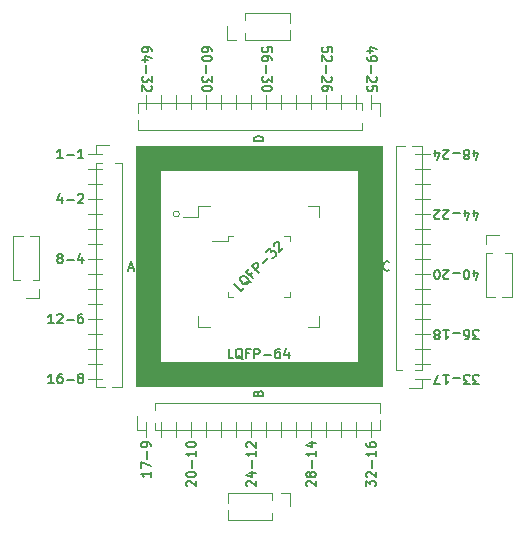
<source format=gto>
%TF.GenerationSoftware,KiCad,Pcbnew,5.1.10*%
%TF.CreationDate,2021-10-22T01:17:49+03:00*%
%TF.ProjectId,breakouts_qfp,62726561-6b6f-4757-9473-5f7166702e6b,rev?*%
%TF.SameCoordinates,Original*%
%TF.FileFunction,Legend,Top*%
%TF.FilePolarity,Positive*%
%FSLAX46Y46*%
G04 Gerber Fmt 4.6, Leading zero omitted, Abs format (unit mm)*
G04 Created by KiCad (PCBNEW 5.1.10) date 2021-10-22 01:17:49*
%MOMM*%
%LPD*%
G01*
G04 APERTURE LIST*
%ADD10C,0.120000*%
%ADD11C,0.100000*%
%ADD12C,0.150000*%
%ADD13O,1.000000X1.000000*%
%ADD14R,1.000000X1.000000*%
%ADD15C,2.200000*%
G04 APERTURE END LIST*
D10*
X122555000Y-58420000D02*
X122555000Y-56642000D01*
X136525000Y-58420000D02*
X136525000Y-56642000D01*
X140335000Y-58420000D02*
X140335000Y-56642000D01*
X133985000Y-58420000D02*
X133985000Y-56642000D01*
X128905000Y-58420000D02*
X128905000Y-56642000D01*
X125095000Y-58420000D02*
X125095000Y-56642000D01*
X132715000Y-58420000D02*
X132715000Y-56642000D01*
X135255000Y-58420000D02*
X135255000Y-56642000D01*
X127635000Y-58420000D02*
X127635000Y-56642000D01*
X126365000Y-58420000D02*
X126365000Y-56642000D01*
X130175000Y-58420000D02*
X130175000Y-56642000D01*
X123825000Y-58420000D02*
X123825000Y-56642000D01*
X131445000Y-58420000D02*
X131445000Y-56642000D01*
X137795000Y-58420000D02*
X137795000Y-56642000D01*
X139065000Y-58420000D02*
X139065000Y-56642000D01*
X121285000Y-58420000D02*
X121285000Y-56642000D01*
X143510000Y-62865000D02*
X145288000Y-62865000D01*
X143510000Y-76835000D02*
X145288000Y-76835000D01*
X143510000Y-80645000D02*
X145288000Y-80645000D01*
X143510000Y-74295000D02*
X145288000Y-74295000D01*
X143510000Y-69215000D02*
X145288000Y-69215000D01*
X143510000Y-65405000D02*
X145288000Y-65405000D01*
X143510000Y-73025000D02*
X145288000Y-73025000D01*
X143510000Y-75565000D02*
X145288000Y-75565000D01*
X143510000Y-67945000D02*
X145288000Y-67945000D01*
X143510000Y-66675000D02*
X145288000Y-66675000D01*
X143510000Y-70485000D02*
X145288000Y-70485000D01*
X143510000Y-64135000D02*
X145288000Y-64135000D01*
X143510000Y-71755000D02*
X145288000Y-71755000D01*
X143510000Y-78105000D02*
X145288000Y-78105000D01*
X143510000Y-79375000D02*
X145288000Y-79375000D01*
X143510000Y-61595000D02*
X145288000Y-61595000D01*
X139065000Y-83820000D02*
X139065000Y-85598000D01*
X125095000Y-83820000D02*
X125095000Y-85598000D01*
X121285000Y-83820000D02*
X121285000Y-85598000D01*
X127635000Y-83820000D02*
X127635000Y-85598000D01*
X132715000Y-83820000D02*
X132715000Y-85598000D01*
X136525000Y-83820000D02*
X136525000Y-85598000D01*
X128905000Y-83820000D02*
X128905000Y-85598000D01*
X126365000Y-83820000D02*
X126365000Y-85598000D01*
X133985000Y-83820000D02*
X133985000Y-85598000D01*
X135255000Y-83820000D02*
X135255000Y-85598000D01*
X131445000Y-83820000D02*
X131445000Y-85598000D01*
X137795000Y-83820000D02*
X137795000Y-85598000D01*
X130175000Y-83820000D02*
X130175000Y-85598000D01*
X123825000Y-83820000D02*
X123825000Y-85598000D01*
X122555000Y-83820000D02*
X122555000Y-85598000D01*
X140335000Y-83820000D02*
X140335000Y-85598000D01*
X118110000Y-75565000D02*
X116332000Y-75565000D01*
X118110000Y-71755000D02*
X116332000Y-71755000D01*
X118110000Y-78105000D02*
X116332000Y-78105000D01*
X118110000Y-79375000D02*
X116332000Y-79375000D01*
X118110000Y-76835000D02*
X116332000Y-76835000D01*
X118110000Y-80645000D02*
X116332000Y-80645000D01*
X118110000Y-74295000D02*
X116332000Y-74295000D01*
X118110000Y-73025000D02*
X116332000Y-73025000D01*
X118110000Y-70485000D02*
X116332000Y-70485000D01*
X118110000Y-69215000D02*
X116332000Y-69215000D01*
X118110000Y-67945000D02*
X116332000Y-67945000D01*
X118110000Y-66675000D02*
X116332000Y-66675000D01*
X118110000Y-65405000D02*
X116332000Y-65405000D01*
X118110000Y-64135000D02*
X116332000Y-64135000D01*
X118110000Y-62865000D02*
X116332000Y-62865000D01*
X118110000Y-61595000D02*
X116332000Y-61595000D01*
D11*
G36*
X141224000Y-81280000D02*
G01*
X139192000Y-81280000D01*
X139192000Y-60960000D01*
X141224000Y-60960000D01*
X141224000Y-81280000D01*
G37*
X141224000Y-81280000D02*
X139192000Y-81280000D01*
X139192000Y-60960000D01*
X141224000Y-60960000D01*
X141224000Y-81280000D01*
G36*
X141224000Y-81280000D02*
G01*
X120396000Y-81280000D01*
X120396000Y-79248000D01*
X141224000Y-79248000D01*
X141224000Y-81280000D01*
G37*
X141224000Y-81280000D02*
X120396000Y-81280000D01*
X120396000Y-79248000D01*
X141224000Y-79248000D01*
X141224000Y-81280000D01*
G36*
X122428000Y-81280000D02*
G01*
X120396000Y-81280000D01*
X120396000Y-60960000D01*
X122428000Y-60960000D01*
X122428000Y-81280000D01*
G37*
X122428000Y-81280000D02*
X120396000Y-81280000D01*
X120396000Y-60960000D01*
X122428000Y-60960000D01*
X122428000Y-81280000D01*
G36*
X141224000Y-62992000D02*
G01*
X120396000Y-62992000D01*
X120396000Y-60960000D01*
X141224000Y-60960000D01*
X141224000Y-62992000D01*
G37*
X141224000Y-62992000D02*
X120396000Y-62992000D01*
X120396000Y-60960000D01*
X141224000Y-60960000D01*
X141224000Y-62992000D01*
D10*
X124079000Y-66675000D02*
G75*
G03*
X124079000Y-66675000I-254000J0D01*
G01*
D12*
X126803095Y-52912738D02*
X126803095Y-52760357D01*
X126765000Y-52684166D01*
X126726904Y-52646071D01*
X126612619Y-52569880D01*
X126460238Y-52531785D01*
X126155476Y-52531785D01*
X126079285Y-52569880D01*
X126041190Y-52607976D01*
X126003095Y-52684166D01*
X126003095Y-52836547D01*
X126041190Y-52912738D01*
X126079285Y-52950833D01*
X126155476Y-52988928D01*
X126345952Y-52988928D01*
X126422142Y-52950833D01*
X126460238Y-52912738D01*
X126498333Y-52836547D01*
X126498333Y-52684166D01*
X126460238Y-52607976D01*
X126422142Y-52569880D01*
X126345952Y-52531785D01*
X126803095Y-53484166D02*
X126803095Y-53560357D01*
X126765000Y-53636547D01*
X126726904Y-53674642D01*
X126650714Y-53712738D01*
X126498333Y-53750833D01*
X126307857Y-53750833D01*
X126155476Y-53712738D01*
X126079285Y-53674642D01*
X126041190Y-53636547D01*
X126003095Y-53560357D01*
X126003095Y-53484166D01*
X126041190Y-53407976D01*
X126079285Y-53369880D01*
X126155476Y-53331785D01*
X126307857Y-53293690D01*
X126498333Y-53293690D01*
X126650714Y-53331785D01*
X126726904Y-53369880D01*
X126765000Y-53407976D01*
X126803095Y-53484166D01*
X126307857Y-54093690D02*
X126307857Y-54703214D01*
X126803095Y-55007976D02*
X126803095Y-55503214D01*
X126498333Y-55236547D01*
X126498333Y-55350833D01*
X126460238Y-55427023D01*
X126422142Y-55465119D01*
X126345952Y-55503214D01*
X126155476Y-55503214D01*
X126079285Y-55465119D01*
X126041190Y-55427023D01*
X126003095Y-55350833D01*
X126003095Y-55122261D01*
X126041190Y-55046071D01*
X126079285Y-55007976D01*
X126803095Y-55998452D02*
X126803095Y-56074642D01*
X126765000Y-56150833D01*
X126726904Y-56188928D01*
X126650714Y-56227023D01*
X126498333Y-56265119D01*
X126307857Y-56265119D01*
X126155476Y-56227023D01*
X126079285Y-56188928D01*
X126041190Y-56150833D01*
X126003095Y-56074642D01*
X126003095Y-55998452D01*
X126041190Y-55922261D01*
X126079285Y-55884166D01*
X126155476Y-55846071D01*
X126307857Y-55807976D01*
X126498333Y-55807976D01*
X126650714Y-55846071D01*
X126726904Y-55884166D01*
X126765000Y-55922261D01*
X126803095Y-55998452D01*
X131883095Y-52950833D02*
X131883095Y-52569880D01*
X131502142Y-52531785D01*
X131540238Y-52569880D01*
X131578333Y-52646071D01*
X131578333Y-52836547D01*
X131540238Y-52912738D01*
X131502142Y-52950833D01*
X131425952Y-52988928D01*
X131235476Y-52988928D01*
X131159285Y-52950833D01*
X131121190Y-52912738D01*
X131083095Y-52836547D01*
X131083095Y-52646071D01*
X131121190Y-52569880D01*
X131159285Y-52531785D01*
X131883095Y-53674642D02*
X131883095Y-53522261D01*
X131845000Y-53446071D01*
X131806904Y-53407976D01*
X131692619Y-53331785D01*
X131540238Y-53293690D01*
X131235476Y-53293690D01*
X131159285Y-53331785D01*
X131121190Y-53369880D01*
X131083095Y-53446071D01*
X131083095Y-53598452D01*
X131121190Y-53674642D01*
X131159285Y-53712738D01*
X131235476Y-53750833D01*
X131425952Y-53750833D01*
X131502142Y-53712738D01*
X131540238Y-53674642D01*
X131578333Y-53598452D01*
X131578333Y-53446071D01*
X131540238Y-53369880D01*
X131502142Y-53331785D01*
X131425952Y-53293690D01*
X131387857Y-54093690D02*
X131387857Y-54703214D01*
X131883095Y-55007976D02*
X131883095Y-55503214D01*
X131578333Y-55236547D01*
X131578333Y-55350833D01*
X131540238Y-55427023D01*
X131502142Y-55465119D01*
X131425952Y-55503214D01*
X131235476Y-55503214D01*
X131159285Y-55465119D01*
X131121190Y-55427023D01*
X131083095Y-55350833D01*
X131083095Y-55122261D01*
X131121190Y-55046071D01*
X131159285Y-55007976D01*
X131883095Y-55998452D02*
X131883095Y-56074642D01*
X131845000Y-56150833D01*
X131806904Y-56188928D01*
X131730714Y-56227023D01*
X131578333Y-56265119D01*
X131387857Y-56265119D01*
X131235476Y-56227023D01*
X131159285Y-56188928D01*
X131121190Y-56150833D01*
X131083095Y-56074642D01*
X131083095Y-55998452D01*
X131121190Y-55922261D01*
X131159285Y-55884166D01*
X131235476Y-55846071D01*
X131387857Y-55807976D01*
X131578333Y-55807976D01*
X131730714Y-55846071D01*
X131806904Y-55884166D01*
X131845000Y-55922261D01*
X131883095Y-55998452D01*
X136963095Y-52950833D02*
X136963095Y-52569880D01*
X136582142Y-52531785D01*
X136620238Y-52569880D01*
X136658333Y-52646071D01*
X136658333Y-52836547D01*
X136620238Y-52912738D01*
X136582142Y-52950833D01*
X136505952Y-52988928D01*
X136315476Y-52988928D01*
X136239285Y-52950833D01*
X136201190Y-52912738D01*
X136163095Y-52836547D01*
X136163095Y-52646071D01*
X136201190Y-52569880D01*
X136239285Y-52531785D01*
X136886904Y-53293690D02*
X136925000Y-53331785D01*
X136963095Y-53407976D01*
X136963095Y-53598452D01*
X136925000Y-53674642D01*
X136886904Y-53712738D01*
X136810714Y-53750833D01*
X136734523Y-53750833D01*
X136620238Y-53712738D01*
X136163095Y-53255595D01*
X136163095Y-53750833D01*
X136467857Y-54093690D02*
X136467857Y-54703214D01*
X136886904Y-55046071D02*
X136925000Y-55084166D01*
X136963095Y-55160357D01*
X136963095Y-55350833D01*
X136925000Y-55427023D01*
X136886904Y-55465119D01*
X136810714Y-55503214D01*
X136734523Y-55503214D01*
X136620238Y-55465119D01*
X136163095Y-55007976D01*
X136163095Y-55503214D01*
X136963095Y-56188928D02*
X136963095Y-56036547D01*
X136925000Y-55960357D01*
X136886904Y-55922261D01*
X136772619Y-55846071D01*
X136620238Y-55807976D01*
X136315476Y-55807976D01*
X136239285Y-55846071D01*
X136201190Y-55884166D01*
X136163095Y-55960357D01*
X136163095Y-56112738D01*
X136201190Y-56188928D01*
X136239285Y-56227023D01*
X136315476Y-56265119D01*
X136505952Y-56265119D01*
X136582142Y-56227023D01*
X136620238Y-56188928D01*
X136658333Y-56112738D01*
X136658333Y-55960357D01*
X136620238Y-55884166D01*
X136582142Y-55846071D01*
X136505952Y-55807976D01*
X149017261Y-66846428D02*
X149017261Y-66313095D01*
X149207738Y-67151190D02*
X149398214Y-66579761D01*
X148902976Y-66579761D01*
X148255357Y-66846428D02*
X148255357Y-66313095D01*
X148445833Y-67151190D02*
X148636309Y-66579761D01*
X148141071Y-66579761D01*
X147836309Y-66617857D02*
X147226785Y-66617857D01*
X146883928Y-67036904D02*
X146845833Y-67075000D01*
X146769642Y-67113095D01*
X146579166Y-67113095D01*
X146502976Y-67075000D01*
X146464880Y-67036904D01*
X146426785Y-66960714D01*
X146426785Y-66884523D01*
X146464880Y-66770238D01*
X146922023Y-66313095D01*
X146426785Y-66313095D01*
X146122023Y-67036904D02*
X146083928Y-67075000D01*
X146007738Y-67113095D01*
X145817261Y-67113095D01*
X145741071Y-67075000D01*
X145702976Y-67036904D01*
X145664880Y-66960714D01*
X145664880Y-66884523D01*
X145702976Y-66770238D01*
X146160119Y-66313095D01*
X145664880Y-66313095D01*
X149017261Y-71926428D02*
X149017261Y-71393095D01*
X149207738Y-72231190D02*
X149398214Y-71659761D01*
X148902976Y-71659761D01*
X148445833Y-72193095D02*
X148369642Y-72193095D01*
X148293452Y-72155000D01*
X148255357Y-72116904D01*
X148217261Y-72040714D01*
X148179166Y-71888333D01*
X148179166Y-71697857D01*
X148217261Y-71545476D01*
X148255357Y-71469285D01*
X148293452Y-71431190D01*
X148369642Y-71393095D01*
X148445833Y-71393095D01*
X148522023Y-71431190D01*
X148560119Y-71469285D01*
X148598214Y-71545476D01*
X148636309Y-71697857D01*
X148636309Y-71888333D01*
X148598214Y-72040714D01*
X148560119Y-72116904D01*
X148522023Y-72155000D01*
X148445833Y-72193095D01*
X147836309Y-71697857D02*
X147226785Y-71697857D01*
X146883928Y-72116904D02*
X146845833Y-72155000D01*
X146769642Y-72193095D01*
X146579166Y-72193095D01*
X146502976Y-72155000D01*
X146464880Y-72116904D01*
X146426785Y-72040714D01*
X146426785Y-71964523D01*
X146464880Y-71850238D01*
X146922023Y-71393095D01*
X146426785Y-71393095D01*
X145931547Y-72193095D02*
X145855357Y-72193095D01*
X145779166Y-72155000D01*
X145741071Y-72116904D01*
X145702976Y-72040714D01*
X145664880Y-71888333D01*
X145664880Y-71697857D01*
X145702976Y-71545476D01*
X145741071Y-71469285D01*
X145779166Y-71431190D01*
X145855357Y-71393095D01*
X145931547Y-71393095D01*
X146007738Y-71431190D01*
X146045833Y-71469285D01*
X146083928Y-71545476D01*
X146122023Y-71697857D01*
X146122023Y-71888333D01*
X146083928Y-72040714D01*
X146045833Y-72116904D01*
X146007738Y-72155000D01*
X145931547Y-72193095D01*
X149436309Y-77273095D02*
X148941071Y-77273095D01*
X149207738Y-76968333D01*
X149093452Y-76968333D01*
X149017261Y-76930238D01*
X148979166Y-76892142D01*
X148941071Y-76815952D01*
X148941071Y-76625476D01*
X148979166Y-76549285D01*
X149017261Y-76511190D01*
X149093452Y-76473095D01*
X149322023Y-76473095D01*
X149398214Y-76511190D01*
X149436309Y-76549285D01*
X148255357Y-77273095D02*
X148407738Y-77273095D01*
X148483928Y-77235000D01*
X148522023Y-77196904D01*
X148598214Y-77082619D01*
X148636309Y-76930238D01*
X148636309Y-76625476D01*
X148598214Y-76549285D01*
X148560119Y-76511190D01*
X148483928Y-76473095D01*
X148331547Y-76473095D01*
X148255357Y-76511190D01*
X148217261Y-76549285D01*
X148179166Y-76625476D01*
X148179166Y-76815952D01*
X148217261Y-76892142D01*
X148255357Y-76930238D01*
X148331547Y-76968333D01*
X148483928Y-76968333D01*
X148560119Y-76930238D01*
X148598214Y-76892142D01*
X148636309Y-76815952D01*
X147836309Y-76777857D02*
X147226785Y-76777857D01*
X146426785Y-76473095D02*
X146883928Y-76473095D01*
X146655357Y-76473095D02*
X146655357Y-77273095D01*
X146731547Y-77158809D01*
X146807738Y-77082619D01*
X146883928Y-77044523D01*
X145969642Y-76930238D02*
X146045833Y-76968333D01*
X146083928Y-77006428D01*
X146122023Y-77082619D01*
X146122023Y-77120714D01*
X146083928Y-77196904D01*
X146045833Y-77235000D01*
X145969642Y-77273095D01*
X145817261Y-77273095D01*
X145741071Y-77235000D01*
X145702976Y-77196904D01*
X145664880Y-77120714D01*
X145664880Y-77082619D01*
X145702976Y-77006428D01*
X145741071Y-76968333D01*
X145817261Y-76930238D01*
X145969642Y-76930238D01*
X146045833Y-76892142D01*
X146083928Y-76854047D01*
X146122023Y-76777857D01*
X146122023Y-76625476D01*
X146083928Y-76549285D01*
X146045833Y-76511190D01*
X145969642Y-76473095D01*
X145817261Y-76473095D01*
X145741071Y-76511190D01*
X145702976Y-76549285D01*
X145664880Y-76625476D01*
X145664880Y-76777857D01*
X145702976Y-76854047D01*
X145741071Y-76892142D01*
X145817261Y-76930238D01*
X134893095Y-89708214D02*
X134855000Y-89670119D01*
X134816904Y-89593928D01*
X134816904Y-89403452D01*
X134855000Y-89327261D01*
X134893095Y-89289166D01*
X134969285Y-89251071D01*
X135045476Y-89251071D01*
X135159761Y-89289166D01*
X135616904Y-89746309D01*
X135616904Y-89251071D01*
X135159761Y-88793928D02*
X135121666Y-88870119D01*
X135083571Y-88908214D01*
X135007380Y-88946309D01*
X134969285Y-88946309D01*
X134893095Y-88908214D01*
X134855000Y-88870119D01*
X134816904Y-88793928D01*
X134816904Y-88641547D01*
X134855000Y-88565357D01*
X134893095Y-88527261D01*
X134969285Y-88489166D01*
X135007380Y-88489166D01*
X135083571Y-88527261D01*
X135121666Y-88565357D01*
X135159761Y-88641547D01*
X135159761Y-88793928D01*
X135197857Y-88870119D01*
X135235952Y-88908214D01*
X135312142Y-88946309D01*
X135464523Y-88946309D01*
X135540714Y-88908214D01*
X135578809Y-88870119D01*
X135616904Y-88793928D01*
X135616904Y-88641547D01*
X135578809Y-88565357D01*
X135540714Y-88527261D01*
X135464523Y-88489166D01*
X135312142Y-88489166D01*
X135235952Y-88527261D01*
X135197857Y-88565357D01*
X135159761Y-88641547D01*
X135312142Y-88146309D02*
X135312142Y-87536785D01*
X135616904Y-86736785D02*
X135616904Y-87193928D01*
X135616904Y-86965357D02*
X134816904Y-86965357D01*
X134931190Y-87041547D01*
X135007380Y-87117738D01*
X135045476Y-87193928D01*
X135083571Y-86051071D02*
X135616904Y-86051071D01*
X134778809Y-86241547D02*
X135350238Y-86432023D01*
X135350238Y-85936785D01*
X129813095Y-89708214D02*
X129775000Y-89670119D01*
X129736904Y-89593928D01*
X129736904Y-89403452D01*
X129775000Y-89327261D01*
X129813095Y-89289166D01*
X129889285Y-89251071D01*
X129965476Y-89251071D01*
X130079761Y-89289166D01*
X130536904Y-89746309D01*
X130536904Y-89251071D01*
X130003571Y-88565357D02*
X130536904Y-88565357D01*
X129698809Y-88755833D02*
X130270238Y-88946309D01*
X130270238Y-88451071D01*
X130232142Y-88146309D02*
X130232142Y-87536785D01*
X130536904Y-86736785D02*
X130536904Y-87193928D01*
X130536904Y-86965357D02*
X129736904Y-86965357D01*
X129851190Y-87041547D01*
X129927380Y-87117738D01*
X129965476Y-87193928D01*
X129813095Y-86432023D02*
X129775000Y-86393928D01*
X129736904Y-86317738D01*
X129736904Y-86127261D01*
X129775000Y-86051071D01*
X129813095Y-86012976D01*
X129889285Y-85974880D01*
X129965476Y-85974880D01*
X130079761Y-86012976D01*
X130536904Y-86470119D01*
X130536904Y-85974880D01*
X124733095Y-89708214D02*
X124695000Y-89670119D01*
X124656904Y-89593928D01*
X124656904Y-89403452D01*
X124695000Y-89327261D01*
X124733095Y-89289166D01*
X124809285Y-89251071D01*
X124885476Y-89251071D01*
X124999761Y-89289166D01*
X125456904Y-89746309D01*
X125456904Y-89251071D01*
X124656904Y-88755833D02*
X124656904Y-88679642D01*
X124695000Y-88603452D01*
X124733095Y-88565357D01*
X124809285Y-88527261D01*
X124961666Y-88489166D01*
X125152142Y-88489166D01*
X125304523Y-88527261D01*
X125380714Y-88565357D01*
X125418809Y-88603452D01*
X125456904Y-88679642D01*
X125456904Y-88755833D01*
X125418809Y-88832023D01*
X125380714Y-88870119D01*
X125304523Y-88908214D01*
X125152142Y-88946309D01*
X124961666Y-88946309D01*
X124809285Y-88908214D01*
X124733095Y-88870119D01*
X124695000Y-88832023D01*
X124656904Y-88755833D01*
X125152142Y-88146309D02*
X125152142Y-87536785D01*
X125456904Y-86736785D02*
X125456904Y-87193928D01*
X125456904Y-86965357D02*
X124656904Y-86965357D01*
X124771190Y-87041547D01*
X124847380Y-87117738D01*
X124885476Y-87193928D01*
X124656904Y-86241547D02*
X124656904Y-86165357D01*
X124695000Y-86089166D01*
X124733095Y-86051071D01*
X124809285Y-86012976D01*
X124961666Y-85974880D01*
X125152142Y-85974880D01*
X125304523Y-86012976D01*
X125380714Y-86051071D01*
X125418809Y-86089166D01*
X125456904Y-86165357D01*
X125456904Y-86241547D01*
X125418809Y-86317738D01*
X125380714Y-86355833D01*
X125304523Y-86393928D01*
X125152142Y-86432023D01*
X124961666Y-86432023D01*
X124809285Y-86393928D01*
X124733095Y-86355833D01*
X124695000Y-86317738D01*
X124656904Y-86241547D01*
X114126547Y-65233571D02*
X114126547Y-65766904D01*
X113936071Y-64928809D02*
X113745595Y-65500238D01*
X114240833Y-65500238D01*
X114545595Y-65462142D02*
X115155119Y-65462142D01*
X115497976Y-65043095D02*
X115536071Y-65005000D01*
X115612261Y-64966904D01*
X115802738Y-64966904D01*
X115878928Y-65005000D01*
X115917023Y-65043095D01*
X115955119Y-65119285D01*
X115955119Y-65195476D01*
X115917023Y-65309761D01*
X115459880Y-65766904D01*
X115955119Y-65766904D01*
X113897976Y-70389761D02*
X113821785Y-70351666D01*
X113783690Y-70313571D01*
X113745595Y-70237380D01*
X113745595Y-70199285D01*
X113783690Y-70123095D01*
X113821785Y-70085000D01*
X113897976Y-70046904D01*
X114050357Y-70046904D01*
X114126547Y-70085000D01*
X114164642Y-70123095D01*
X114202738Y-70199285D01*
X114202738Y-70237380D01*
X114164642Y-70313571D01*
X114126547Y-70351666D01*
X114050357Y-70389761D01*
X113897976Y-70389761D01*
X113821785Y-70427857D01*
X113783690Y-70465952D01*
X113745595Y-70542142D01*
X113745595Y-70694523D01*
X113783690Y-70770714D01*
X113821785Y-70808809D01*
X113897976Y-70846904D01*
X114050357Y-70846904D01*
X114126547Y-70808809D01*
X114164642Y-70770714D01*
X114202738Y-70694523D01*
X114202738Y-70542142D01*
X114164642Y-70465952D01*
X114126547Y-70427857D01*
X114050357Y-70389761D01*
X114545595Y-70542142D02*
X115155119Y-70542142D01*
X115878928Y-70313571D02*
X115878928Y-70846904D01*
X115688452Y-70008809D02*
X115497976Y-70580238D01*
X115993214Y-70580238D01*
X113440833Y-75926904D02*
X112983690Y-75926904D01*
X113212261Y-75926904D02*
X113212261Y-75126904D01*
X113136071Y-75241190D01*
X113059880Y-75317380D01*
X112983690Y-75355476D01*
X113745595Y-75203095D02*
X113783690Y-75165000D01*
X113859880Y-75126904D01*
X114050357Y-75126904D01*
X114126547Y-75165000D01*
X114164642Y-75203095D01*
X114202738Y-75279285D01*
X114202738Y-75355476D01*
X114164642Y-75469761D01*
X113707500Y-75926904D01*
X114202738Y-75926904D01*
X114545595Y-75622142D02*
X115155119Y-75622142D01*
X115878928Y-75126904D02*
X115726547Y-75126904D01*
X115650357Y-75165000D01*
X115612261Y-75203095D01*
X115536071Y-75317380D01*
X115497976Y-75469761D01*
X115497976Y-75774523D01*
X115536071Y-75850714D01*
X115574166Y-75888809D01*
X115650357Y-75926904D01*
X115802738Y-75926904D01*
X115878928Y-75888809D01*
X115917023Y-75850714D01*
X115955119Y-75774523D01*
X115955119Y-75584047D01*
X115917023Y-75507857D01*
X115878928Y-75469761D01*
X115802738Y-75431666D01*
X115650357Y-75431666D01*
X115574166Y-75469761D01*
X115536071Y-75507857D01*
X115497976Y-75584047D01*
X121723095Y-52912738D02*
X121723095Y-52760357D01*
X121685000Y-52684166D01*
X121646904Y-52646071D01*
X121532619Y-52569880D01*
X121380238Y-52531785D01*
X121075476Y-52531785D01*
X120999285Y-52569880D01*
X120961190Y-52607976D01*
X120923095Y-52684166D01*
X120923095Y-52836547D01*
X120961190Y-52912738D01*
X120999285Y-52950833D01*
X121075476Y-52988928D01*
X121265952Y-52988928D01*
X121342142Y-52950833D01*
X121380238Y-52912738D01*
X121418333Y-52836547D01*
X121418333Y-52684166D01*
X121380238Y-52607976D01*
X121342142Y-52569880D01*
X121265952Y-52531785D01*
X121456428Y-53674642D02*
X120923095Y-53674642D01*
X121761190Y-53484166D02*
X121189761Y-53293690D01*
X121189761Y-53788928D01*
X121227857Y-54093690D02*
X121227857Y-54703214D01*
X121723095Y-55007976D02*
X121723095Y-55503214D01*
X121418333Y-55236547D01*
X121418333Y-55350833D01*
X121380238Y-55427023D01*
X121342142Y-55465119D01*
X121265952Y-55503214D01*
X121075476Y-55503214D01*
X120999285Y-55465119D01*
X120961190Y-55427023D01*
X120923095Y-55350833D01*
X120923095Y-55122261D01*
X120961190Y-55046071D01*
X120999285Y-55007976D01*
X121646904Y-55807976D02*
X121685000Y-55846071D01*
X121723095Y-55922261D01*
X121723095Y-56112738D01*
X121685000Y-56188928D01*
X121646904Y-56227023D01*
X121570714Y-56265119D01*
X121494523Y-56265119D01*
X121380238Y-56227023D01*
X120923095Y-55769880D01*
X120923095Y-56265119D01*
X140506428Y-52912738D02*
X139973095Y-52912738D01*
X140811190Y-52722261D02*
X140239761Y-52531785D01*
X140239761Y-53027023D01*
X139973095Y-53369880D02*
X139973095Y-53522261D01*
X140011190Y-53598452D01*
X140049285Y-53636547D01*
X140163571Y-53712738D01*
X140315952Y-53750833D01*
X140620714Y-53750833D01*
X140696904Y-53712738D01*
X140735000Y-53674642D01*
X140773095Y-53598452D01*
X140773095Y-53446071D01*
X140735000Y-53369880D01*
X140696904Y-53331785D01*
X140620714Y-53293690D01*
X140430238Y-53293690D01*
X140354047Y-53331785D01*
X140315952Y-53369880D01*
X140277857Y-53446071D01*
X140277857Y-53598452D01*
X140315952Y-53674642D01*
X140354047Y-53712738D01*
X140430238Y-53750833D01*
X140277857Y-54093690D02*
X140277857Y-54703214D01*
X140696904Y-55046071D02*
X140735000Y-55084166D01*
X140773095Y-55160357D01*
X140773095Y-55350833D01*
X140735000Y-55427023D01*
X140696904Y-55465119D01*
X140620714Y-55503214D01*
X140544523Y-55503214D01*
X140430238Y-55465119D01*
X139973095Y-55007976D01*
X139973095Y-55503214D01*
X140773095Y-56227023D02*
X140773095Y-55846071D01*
X140392142Y-55807976D01*
X140430238Y-55846071D01*
X140468333Y-55922261D01*
X140468333Y-56112738D01*
X140430238Y-56188928D01*
X140392142Y-56227023D01*
X140315952Y-56265119D01*
X140125476Y-56265119D01*
X140049285Y-56227023D01*
X140011190Y-56188928D01*
X139973095Y-56112738D01*
X139973095Y-55922261D01*
X140011190Y-55846071D01*
X140049285Y-55807976D01*
X149017261Y-61766428D02*
X149017261Y-61233095D01*
X149207738Y-62071190D02*
X149398214Y-61499761D01*
X148902976Y-61499761D01*
X148483928Y-61690238D02*
X148560119Y-61728333D01*
X148598214Y-61766428D01*
X148636309Y-61842619D01*
X148636309Y-61880714D01*
X148598214Y-61956904D01*
X148560119Y-61995000D01*
X148483928Y-62033095D01*
X148331547Y-62033095D01*
X148255357Y-61995000D01*
X148217261Y-61956904D01*
X148179166Y-61880714D01*
X148179166Y-61842619D01*
X148217261Y-61766428D01*
X148255357Y-61728333D01*
X148331547Y-61690238D01*
X148483928Y-61690238D01*
X148560119Y-61652142D01*
X148598214Y-61614047D01*
X148636309Y-61537857D01*
X148636309Y-61385476D01*
X148598214Y-61309285D01*
X148560119Y-61271190D01*
X148483928Y-61233095D01*
X148331547Y-61233095D01*
X148255357Y-61271190D01*
X148217261Y-61309285D01*
X148179166Y-61385476D01*
X148179166Y-61537857D01*
X148217261Y-61614047D01*
X148255357Y-61652142D01*
X148331547Y-61690238D01*
X147836309Y-61537857D02*
X147226785Y-61537857D01*
X146883928Y-61956904D02*
X146845833Y-61995000D01*
X146769642Y-62033095D01*
X146579166Y-62033095D01*
X146502976Y-61995000D01*
X146464880Y-61956904D01*
X146426785Y-61880714D01*
X146426785Y-61804523D01*
X146464880Y-61690238D01*
X146922023Y-61233095D01*
X146426785Y-61233095D01*
X145741071Y-61766428D02*
X145741071Y-61233095D01*
X145931547Y-62071190D02*
X146122023Y-61499761D01*
X145626785Y-61499761D01*
X149436309Y-81083095D02*
X148941071Y-81083095D01*
X149207738Y-80778333D01*
X149093452Y-80778333D01*
X149017261Y-80740238D01*
X148979166Y-80702142D01*
X148941071Y-80625952D01*
X148941071Y-80435476D01*
X148979166Y-80359285D01*
X149017261Y-80321190D01*
X149093452Y-80283095D01*
X149322023Y-80283095D01*
X149398214Y-80321190D01*
X149436309Y-80359285D01*
X148674404Y-81083095D02*
X148179166Y-81083095D01*
X148445833Y-80778333D01*
X148331547Y-80778333D01*
X148255357Y-80740238D01*
X148217261Y-80702142D01*
X148179166Y-80625952D01*
X148179166Y-80435476D01*
X148217261Y-80359285D01*
X148255357Y-80321190D01*
X148331547Y-80283095D01*
X148560119Y-80283095D01*
X148636309Y-80321190D01*
X148674404Y-80359285D01*
X147836309Y-80587857D02*
X147226785Y-80587857D01*
X146426785Y-80283095D02*
X146883928Y-80283095D01*
X146655357Y-80283095D02*
X146655357Y-81083095D01*
X146731547Y-80968809D01*
X146807738Y-80892619D01*
X146883928Y-80854523D01*
X146160119Y-81083095D02*
X145626785Y-81083095D01*
X145969642Y-80283095D01*
X139896904Y-89746309D02*
X139896904Y-89251071D01*
X140201666Y-89517738D01*
X140201666Y-89403452D01*
X140239761Y-89327261D01*
X140277857Y-89289166D01*
X140354047Y-89251071D01*
X140544523Y-89251071D01*
X140620714Y-89289166D01*
X140658809Y-89327261D01*
X140696904Y-89403452D01*
X140696904Y-89632023D01*
X140658809Y-89708214D01*
X140620714Y-89746309D01*
X139973095Y-88946309D02*
X139935000Y-88908214D01*
X139896904Y-88832023D01*
X139896904Y-88641547D01*
X139935000Y-88565357D01*
X139973095Y-88527261D01*
X140049285Y-88489166D01*
X140125476Y-88489166D01*
X140239761Y-88527261D01*
X140696904Y-88984404D01*
X140696904Y-88489166D01*
X140392142Y-88146309D02*
X140392142Y-87536785D01*
X140696904Y-86736785D02*
X140696904Y-87193928D01*
X140696904Y-86965357D02*
X139896904Y-86965357D01*
X140011190Y-87041547D01*
X140087380Y-87117738D01*
X140125476Y-87193928D01*
X139896904Y-86051071D02*
X139896904Y-86203452D01*
X139935000Y-86279642D01*
X139973095Y-86317738D01*
X140087380Y-86393928D01*
X140239761Y-86432023D01*
X140544523Y-86432023D01*
X140620714Y-86393928D01*
X140658809Y-86355833D01*
X140696904Y-86279642D01*
X140696904Y-86127261D01*
X140658809Y-86051071D01*
X140620714Y-86012976D01*
X140544523Y-85974880D01*
X140354047Y-85974880D01*
X140277857Y-86012976D01*
X140239761Y-86051071D01*
X140201666Y-86127261D01*
X140201666Y-86279642D01*
X140239761Y-86355833D01*
X140277857Y-86393928D01*
X140354047Y-86432023D01*
X121646904Y-88489166D02*
X121646904Y-88946309D01*
X121646904Y-88717738D02*
X120846904Y-88717738D01*
X120961190Y-88793928D01*
X121037380Y-88870119D01*
X121075476Y-88946309D01*
X120846904Y-88222500D02*
X120846904Y-87689166D01*
X121646904Y-88032023D01*
X121342142Y-87384404D02*
X121342142Y-86774880D01*
X121646904Y-86355833D02*
X121646904Y-86203452D01*
X121608809Y-86127261D01*
X121570714Y-86089166D01*
X121456428Y-86012976D01*
X121304047Y-85974880D01*
X120999285Y-85974880D01*
X120923095Y-86012976D01*
X120885000Y-86051071D01*
X120846904Y-86127261D01*
X120846904Y-86279642D01*
X120885000Y-86355833D01*
X120923095Y-86393928D01*
X120999285Y-86432023D01*
X121189761Y-86432023D01*
X121265952Y-86393928D01*
X121304047Y-86355833D01*
X121342142Y-86279642D01*
X121342142Y-86127261D01*
X121304047Y-86051071D01*
X121265952Y-86012976D01*
X121189761Y-85974880D01*
X113440833Y-81006904D02*
X112983690Y-81006904D01*
X113212261Y-81006904D02*
X113212261Y-80206904D01*
X113136071Y-80321190D01*
X113059880Y-80397380D01*
X112983690Y-80435476D01*
X114126547Y-80206904D02*
X113974166Y-80206904D01*
X113897976Y-80245000D01*
X113859880Y-80283095D01*
X113783690Y-80397380D01*
X113745595Y-80549761D01*
X113745595Y-80854523D01*
X113783690Y-80930714D01*
X113821785Y-80968809D01*
X113897976Y-81006904D01*
X114050357Y-81006904D01*
X114126547Y-80968809D01*
X114164642Y-80930714D01*
X114202738Y-80854523D01*
X114202738Y-80664047D01*
X114164642Y-80587857D01*
X114126547Y-80549761D01*
X114050357Y-80511666D01*
X113897976Y-80511666D01*
X113821785Y-80549761D01*
X113783690Y-80587857D01*
X113745595Y-80664047D01*
X114545595Y-80702142D02*
X115155119Y-80702142D01*
X115650357Y-80549761D02*
X115574166Y-80511666D01*
X115536071Y-80473571D01*
X115497976Y-80397380D01*
X115497976Y-80359285D01*
X115536071Y-80283095D01*
X115574166Y-80245000D01*
X115650357Y-80206904D01*
X115802738Y-80206904D01*
X115878928Y-80245000D01*
X115917023Y-80283095D01*
X115955119Y-80359285D01*
X115955119Y-80397380D01*
X115917023Y-80473571D01*
X115878928Y-80511666D01*
X115802738Y-80549761D01*
X115650357Y-80549761D01*
X115574166Y-80587857D01*
X115536071Y-80625952D01*
X115497976Y-80702142D01*
X115497976Y-80854523D01*
X115536071Y-80930714D01*
X115574166Y-80968809D01*
X115650357Y-81006904D01*
X115802738Y-81006904D01*
X115878928Y-80968809D01*
X115917023Y-80930714D01*
X115955119Y-80854523D01*
X115955119Y-80702142D01*
X115917023Y-80625952D01*
X115878928Y-80587857D01*
X115802738Y-80549761D01*
X114202738Y-61956904D02*
X113745595Y-61956904D01*
X113974166Y-61956904D02*
X113974166Y-61156904D01*
X113897976Y-61271190D01*
X113821785Y-61347380D01*
X113745595Y-61385476D01*
X114545595Y-61652142D02*
X115155119Y-61652142D01*
X115955119Y-61956904D02*
X115497976Y-61956904D01*
X115726547Y-61956904D02*
X115726547Y-61156904D01*
X115650357Y-61271190D01*
X115574166Y-61347380D01*
X115497976Y-61385476D01*
D10*
%TO.C,J8*%
X150020000Y-73720000D02*
X150822470Y-73720000D01*
X151437530Y-73720000D02*
X152240000Y-73720000D01*
X150020000Y-69975000D02*
X150020000Y-73720000D01*
X152240000Y-69975000D02*
X152240000Y-73720000D01*
X150020000Y-69975000D02*
X150566529Y-69975000D01*
X151693471Y-69975000D02*
X152240000Y-69975000D01*
X150020000Y-69215000D02*
X150020000Y-68455000D01*
X150020000Y-68455000D02*
X151130000Y-68455000D01*
%TO.C,J7*%
X128210000Y-90330000D02*
X128210000Y-91132470D01*
X128210000Y-91747530D02*
X128210000Y-92550000D01*
X131955000Y-90330000D02*
X128210000Y-90330000D01*
X131955000Y-92550000D02*
X128210000Y-92550000D01*
X131955000Y-90330000D02*
X131955000Y-90876529D01*
X131955000Y-92003471D02*
X131955000Y-92550000D01*
X132715000Y-90330000D02*
X133475000Y-90330000D01*
X133475000Y-90330000D02*
X133475000Y-91440000D01*
%TO.C,J6*%
X133410000Y-51910000D02*
X133410000Y-51107530D01*
X133410000Y-50492470D02*
X133410000Y-49690000D01*
X129665000Y-51910000D02*
X133410000Y-51910000D01*
X129665000Y-49690000D02*
X133410000Y-49690000D01*
X129665000Y-51910000D02*
X129665000Y-51363471D01*
X129665000Y-50236529D02*
X129665000Y-49690000D01*
X128905000Y-51910000D02*
X128145000Y-51910000D01*
X128145000Y-51910000D02*
X128145000Y-50800000D01*
%TO.C,J5*%
X112235000Y-68520000D02*
X111432530Y-68520000D01*
X110817470Y-68520000D02*
X110015000Y-68520000D01*
X112235000Y-72265000D02*
X112235000Y-68520000D01*
X110015000Y-72265000D02*
X110015000Y-68520000D01*
X112235000Y-72265000D02*
X111688471Y-72265000D01*
X110561529Y-72265000D02*
X110015000Y-72265000D01*
X112235000Y-73025000D02*
X112235000Y-73785000D01*
X112235000Y-73785000D02*
X111125000Y-73785000D01*
%TO.C,J4*%
X141030000Y-84930000D02*
X141030000Y-84127530D01*
X141030000Y-83512470D02*
X141030000Y-82710000D01*
X122045000Y-84930000D02*
X141030000Y-84930000D01*
X122045000Y-82710000D02*
X141030000Y-82710000D01*
X122045000Y-84930000D02*
X122045000Y-84383471D01*
X122045000Y-83256529D02*
X122045000Y-82710000D01*
X121285000Y-84930000D02*
X120525000Y-84930000D01*
X120525000Y-84930000D02*
X120525000Y-83820000D01*
%TO.C,J3*%
X144620000Y-60900000D02*
X143817530Y-60900000D01*
X143202470Y-60900000D02*
X142400000Y-60900000D01*
X144620000Y-79885000D02*
X144620000Y-60900000D01*
X142400000Y-79885000D02*
X142400000Y-60900000D01*
X144620000Y-79885000D02*
X144073471Y-79885000D01*
X142946529Y-79885000D02*
X142400000Y-79885000D01*
X144620000Y-80645000D02*
X144620000Y-81405000D01*
X144620000Y-81405000D02*
X143510000Y-81405000D01*
%TO.C,J2*%
X117000000Y-81340000D02*
X117802470Y-81340000D01*
X118417530Y-81340000D02*
X119220000Y-81340000D01*
X117000000Y-62355000D02*
X117000000Y-81340000D01*
X119220000Y-62355000D02*
X119220000Y-81340000D01*
X117000000Y-62355000D02*
X117546529Y-62355000D01*
X118673471Y-62355000D02*
X119220000Y-62355000D01*
X117000000Y-61595000D02*
X117000000Y-60835000D01*
X117000000Y-60835000D02*
X118110000Y-60835000D01*
%TO.C,J1*%
X120590000Y-57310000D02*
X120590000Y-58112470D01*
X120590000Y-58727530D02*
X120590000Y-59530000D01*
X139575000Y-57310000D02*
X120590000Y-57310000D01*
X139575000Y-59530000D02*
X120590000Y-59530000D01*
X139575000Y-57310000D02*
X139575000Y-57856529D01*
X139575000Y-58983471D02*
X139575000Y-59530000D01*
X140335000Y-57310000D02*
X141095000Y-57310000D01*
X141095000Y-57310000D02*
X141095000Y-58420000D01*
%TO.C,U2*%
X134970000Y-76230000D02*
X135920000Y-76230000D01*
X135920000Y-76230000D02*
X135920000Y-75280000D01*
X126650000Y-76230000D02*
X125700000Y-76230000D01*
X125700000Y-76230000D02*
X125700000Y-75280000D01*
X134970000Y-66010000D02*
X135920000Y-66010000D01*
X135920000Y-66010000D02*
X135920000Y-66960000D01*
X126650000Y-66010000D02*
X125700000Y-66010000D01*
X125700000Y-66010000D02*
X125700000Y-66960000D01*
X125700000Y-66960000D02*
X124360000Y-66960000D01*
%TO.C,U1*%
X132970000Y-73730000D02*
X133420000Y-73730000D01*
X133420000Y-73730000D02*
X133420000Y-73280000D01*
X128650000Y-73730000D02*
X128200000Y-73730000D01*
X128200000Y-73730000D02*
X128200000Y-73280000D01*
X132970000Y-68510000D02*
X133420000Y-68510000D01*
X133420000Y-68510000D02*
X133420000Y-68960000D01*
X128650000Y-68510000D02*
X128200000Y-68510000D01*
X128200000Y-68510000D02*
X128200000Y-68960000D01*
X128200000Y-68960000D02*
X126885000Y-68960000D01*
%TO.C,J4*%
D12*
X130752857Y-81857857D02*
X130790952Y-81743571D01*
X130829047Y-81705476D01*
X130905238Y-81667380D01*
X131019523Y-81667380D01*
X131095714Y-81705476D01*
X131133809Y-81743571D01*
X131171904Y-81819761D01*
X131171904Y-82124523D01*
X130371904Y-82124523D01*
X130371904Y-81857857D01*
X130410000Y-81781666D01*
X130448095Y-81743571D01*
X130524285Y-81705476D01*
X130600476Y-81705476D01*
X130676666Y-81743571D01*
X130714761Y-81781666D01*
X130752857Y-81857857D01*
X130752857Y-82124523D01*
%TO.C,J3*%
X141852619Y-71405714D02*
X141814523Y-71443809D01*
X141700238Y-71481904D01*
X141624047Y-71481904D01*
X141509761Y-71443809D01*
X141433571Y-71367619D01*
X141395476Y-71291428D01*
X141357380Y-71139047D01*
X141357380Y-71024761D01*
X141395476Y-70872380D01*
X141433571Y-70796190D01*
X141509761Y-70720000D01*
X141624047Y-70681904D01*
X141700238Y-70681904D01*
X141814523Y-70720000D01*
X141852619Y-70758095D01*
%TO.C,J2*%
X119824523Y-71253333D02*
X120205476Y-71253333D01*
X119748333Y-71481904D02*
X120015000Y-70681904D01*
X120281666Y-71481904D01*
%TO.C,J1*%
X131171904Y-60534523D02*
X130371904Y-60534523D01*
X130371904Y-60344047D01*
X130410000Y-60229761D01*
X130486190Y-60153571D01*
X130562380Y-60115476D01*
X130714761Y-60077380D01*
X130829047Y-60077380D01*
X130981428Y-60115476D01*
X131057619Y-60153571D01*
X131133809Y-60229761D01*
X131171904Y-60344047D01*
X131171904Y-60534523D01*
%TO.C,U2*%
X128638571Y-78881904D02*
X128257619Y-78881904D01*
X128257619Y-78081904D01*
X129438571Y-78958095D02*
X129362380Y-78920000D01*
X129286190Y-78843809D01*
X129171904Y-78729523D01*
X129095714Y-78691428D01*
X129019523Y-78691428D01*
X129057619Y-78881904D02*
X128981428Y-78843809D01*
X128905238Y-78767619D01*
X128867142Y-78615238D01*
X128867142Y-78348571D01*
X128905238Y-78196190D01*
X128981428Y-78120000D01*
X129057619Y-78081904D01*
X129210000Y-78081904D01*
X129286190Y-78120000D01*
X129362380Y-78196190D01*
X129400476Y-78348571D01*
X129400476Y-78615238D01*
X129362380Y-78767619D01*
X129286190Y-78843809D01*
X129210000Y-78881904D01*
X129057619Y-78881904D01*
X130010000Y-78462857D02*
X129743333Y-78462857D01*
X129743333Y-78881904D02*
X129743333Y-78081904D01*
X130124285Y-78081904D01*
X130429047Y-78881904D02*
X130429047Y-78081904D01*
X130733809Y-78081904D01*
X130810000Y-78120000D01*
X130848095Y-78158095D01*
X130886190Y-78234285D01*
X130886190Y-78348571D01*
X130848095Y-78424761D01*
X130810000Y-78462857D01*
X130733809Y-78500952D01*
X130429047Y-78500952D01*
X131229047Y-78577142D02*
X131838571Y-78577142D01*
X132562380Y-78081904D02*
X132410000Y-78081904D01*
X132333809Y-78120000D01*
X132295714Y-78158095D01*
X132219523Y-78272380D01*
X132181428Y-78424761D01*
X132181428Y-78729523D01*
X132219523Y-78805714D01*
X132257619Y-78843809D01*
X132333809Y-78881904D01*
X132486190Y-78881904D01*
X132562380Y-78843809D01*
X132600476Y-78805714D01*
X132638571Y-78729523D01*
X132638571Y-78539047D01*
X132600476Y-78462857D01*
X132562380Y-78424761D01*
X132486190Y-78386666D01*
X132333809Y-78386666D01*
X132257619Y-78424761D01*
X132219523Y-78462857D01*
X132181428Y-78539047D01*
X133324285Y-78348571D02*
X133324285Y-78881904D01*
X133133809Y-78043809D02*
X132943333Y-78615238D01*
X133438571Y-78615238D01*
%TO.C,U1*%
X129530473Y-72911337D02*
X129261099Y-73180711D01*
X128695414Y-72615025D01*
X130150033Y-72399526D02*
X130069221Y-72426463D01*
X129961471Y-72426463D01*
X129799847Y-72426463D01*
X129719035Y-72453401D01*
X129665160Y-72507276D01*
X129826784Y-72615025D02*
X129745972Y-72641963D01*
X129638223Y-72641963D01*
X129503536Y-72561150D01*
X129314974Y-72372589D01*
X129234162Y-72237902D01*
X129234162Y-72130152D01*
X129261099Y-72049340D01*
X129368849Y-71941590D01*
X129449661Y-71914653D01*
X129557410Y-71914653D01*
X129692097Y-71995465D01*
X129880659Y-72184027D01*
X129961471Y-72318714D01*
X129961471Y-72426463D01*
X129934534Y-72507276D01*
X129826784Y-72615025D01*
X130203908Y-71645279D02*
X130015346Y-71833841D01*
X130311658Y-72130152D02*
X129745972Y-71564467D01*
X130015346Y-71295093D01*
X130796531Y-71645279D02*
X130230845Y-71079593D01*
X130446345Y-70864094D01*
X130527157Y-70837157D01*
X130581032Y-70837157D01*
X130661844Y-70864094D01*
X130742656Y-70944906D01*
X130769593Y-71025719D01*
X130769593Y-71079593D01*
X130742656Y-71160406D01*
X130527157Y-71375905D01*
X131146717Y-70864094D02*
X131577715Y-70433096D01*
X131443028Y-69867410D02*
X131793215Y-69517224D01*
X131820152Y-69921285D01*
X131900964Y-69840473D01*
X131981776Y-69813536D01*
X132035651Y-69813536D01*
X132116463Y-69840473D01*
X132251150Y-69975160D01*
X132278088Y-70055972D01*
X132278088Y-70109847D01*
X132251150Y-70190659D01*
X132089526Y-70352284D01*
X132008714Y-70379221D01*
X131954839Y-70379221D01*
X132062589Y-69355600D02*
X132062589Y-69301725D01*
X132089526Y-69220913D01*
X132224213Y-69086226D01*
X132305025Y-69059288D01*
X132358900Y-69059288D01*
X132439712Y-69086226D01*
X132493587Y-69140101D01*
X132547462Y-69247850D01*
X132547462Y-69894348D01*
X132897648Y-69544162D01*
%TD*%
%LPC*%
D13*
%TO.C,J8*%
X151130000Y-73025000D03*
X151130000Y-71755000D03*
X151130000Y-70485000D03*
D14*
X151130000Y-69215000D03*
%TD*%
D13*
%TO.C,J7*%
X128905000Y-91440000D03*
X130175000Y-91440000D03*
X131445000Y-91440000D03*
D14*
X132715000Y-91440000D03*
%TD*%
D13*
%TO.C,J6*%
X132715000Y-50800000D03*
X131445000Y-50800000D03*
X130175000Y-50800000D03*
D14*
X128905000Y-50800000D03*
%TD*%
D13*
%TO.C,J5*%
X111125000Y-69215000D03*
X111125000Y-70485000D03*
X111125000Y-71755000D03*
D14*
X111125000Y-73025000D03*
%TD*%
D15*
%TO.C,H4*%
X144145000Y-57785000D03*
%TD*%
%TO.C,H3*%
X144145000Y-84455000D03*
%TD*%
%TO.C,H2*%
X117475000Y-84455000D03*
%TD*%
%TO.C,H1*%
X117475000Y-57785000D03*
%TD*%
D13*
%TO.C,J4*%
X140335000Y-83820000D03*
X139065000Y-83820000D03*
X137795000Y-83820000D03*
X136525000Y-83820000D03*
X135255000Y-83820000D03*
X133985000Y-83820000D03*
X132715000Y-83820000D03*
X131445000Y-83820000D03*
X130175000Y-83820000D03*
X128905000Y-83820000D03*
X127635000Y-83820000D03*
X126365000Y-83820000D03*
X125095000Y-83820000D03*
X123825000Y-83820000D03*
X122555000Y-83820000D03*
D14*
X121285000Y-83820000D03*
%TD*%
D13*
%TO.C,J3*%
X143510000Y-61595000D03*
X143510000Y-62865000D03*
X143510000Y-64135000D03*
X143510000Y-65405000D03*
X143510000Y-66675000D03*
X143510000Y-67945000D03*
X143510000Y-69215000D03*
X143510000Y-70485000D03*
X143510000Y-71755000D03*
X143510000Y-73025000D03*
X143510000Y-74295000D03*
X143510000Y-75565000D03*
X143510000Y-76835000D03*
X143510000Y-78105000D03*
X143510000Y-79375000D03*
D14*
X143510000Y-80645000D03*
%TD*%
D13*
%TO.C,J2*%
X118110000Y-80645000D03*
X118110000Y-79375000D03*
X118110000Y-78105000D03*
X118110000Y-76835000D03*
X118110000Y-75565000D03*
X118110000Y-74295000D03*
X118110000Y-73025000D03*
X118110000Y-71755000D03*
X118110000Y-70485000D03*
X118110000Y-69215000D03*
X118110000Y-67945000D03*
X118110000Y-66675000D03*
X118110000Y-65405000D03*
X118110000Y-64135000D03*
X118110000Y-62865000D03*
D14*
X118110000Y-61595000D03*
%TD*%
D13*
%TO.C,J1*%
X121285000Y-58420000D03*
X122555000Y-58420000D03*
X123825000Y-58420000D03*
X125095000Y-58420000D03*
X126365000Y-58420000D03*
X127635000Y-58420000D03*
X128905000Y-58420000D03*
X130175000Y-58420000D03*
X131445000Y-58420000D03*
X132715000Y-58420000D03*
X133985000Y-58420000D03*
X135255000Y-58420000D03*
X136525000Y-58420000D03*
X137795000Y-58420000D03*
X139065000Y-58420000D03*
D14*
X140335000Y-58420000D03*
%TD*%
%TO.C,U2*%
G36*
G01*
X126910000Y-66145000D02*
X126910000Y-64745000D01*
G75*
G02*
X126985000Y-64670000I75000J0D01*
G01*
X127135000Y-64670000D01*
G75*
G02*
X127210000Y-64745000I0J-75000D01*
G01*
X127210000Y-66145000D01*
G75*
G02*
X127135000Y-66220000I-75000J0D01*
G01*
X126985000Y-66220000D01*
G75*
G02*
X126910000Y-66145000I0J75000D01*
G01*
G37*
G36*
G01*
X127410000Y-66145000D02*
X127410000Y-64745000D01*
G75*
G02*
X127485000Y-64670000I75000J0D01*
G01*
X127635000Y-64670000D01*
G75*
G02*
X127710000Y-64745000I0J-75000D01*
G01*
X127710000Y-66145000D01*
G75*
G02*
X127635000Y-66220000I-75000J0D01*
G01*
X127485000Y-66220000D01*
G75*
G02*
X127410000Y-66145000I0J75000D01*
G01*
G37*
G36*
G01*
X127910000Y-66145000D02*
X127910000Y-64745000D01*
G75*
G02*
X127985000Y-64670000I75000J0D01*
G01*
X128135000Y-64670000D01*
G75*
G02*
X128210000Y-64745000I0J-75000D01*
G01*
X128210000Y-66145000D01*
G75*
G02*
X128135000Y-66220000I-75000J0D01*
G01*
X127985000Y-66220000D01*
G75*
G02*
X127910000Y-66145000I0J75000D01*
G01*
G37*
G36*
G01*
X128410000Y-66145000D02*
X128410000Y-64745000D01*
G75*
G02*
X128485000Y-64670000I75000J0D01*
G01*
X128635000Y-64670000D01*
G75*
G02*
X128710000Y-64745000I0J-75000D01*
G01*
X128710000Y-66145000D01*
G75*
G02*
X128635000Y-66220000I-75000J0D01*
G01*
X128485000Y-66220000D01*
G75*
G02*
X128410000Y-66145000I0J75000D01*
G01*
G37*
G36*
G01*
X128910000Y-66145000D02*
X128910000Y-64745000D01*
G75*
G02*
X128985000Y-64670000I75000J0D01*
G01*
X129135000Y-64670000D01*
G75*
G02*
X129210000Y-64745000I0J-75000D01*
G01*
X129210000Y-66145000D01*
G75*
G02*
X129135000Y-66220000I-75000J0D01*
G01*
X128985000Y-66220000D01*
G75*
G02*
X128910000Y-66145000I0J75000D01*
G01*
G37*
G36*
G01*
X129410000Y-66145000D02*
X129410000Y-64745000D01*
G75*
G02*
X129485000Y-64670000I75000J0D01*
G01*
X129635000Y-64670000D01*
G75*
G02*
X129710000Y-64745000I0J-75000D01*
G01*
X129710000Y-66145000D01*
G75*
G02*
X129635000Y-66220000I-75000J0D01*
G01*
X129485000Y-66220000D01*
G75*
G02*
X129410000Y-66145000I0J75000D01*
G01*
G37*
G36*
G01*
X129910000Y-66145000D02*
X129910000Y-64745000D01*
G75*
G02*
X129985000Y-64670000I75000J0D01*
G01*
X130135000Y-64670000D01*
G75*
G02*
X130210000Y-64745000I0J-75000D01*
G01*
X130210000Y-66145000D01*
G75*
G02*
X130135000Y-66220000I-75000J0D01*
G01*
X129985000Y-66220000D01*
G75*
G02*
X129910000Y-66145000I0J75000D01*
G01*
G37*
G36*
G01*
X130410000Y-66145000D02*
X130410000Y-64745000D01*
G75*
G02*
X130485000Y-64670000I75000J0D01*
G01*
X130635000Y-64670000D01*
G75*
G02*
X130710000Y-64745000I0J-75000D01*
G01*
X130710000Y-66145000D01*
G75*
G02*
X130635000Y-66220000I-75000J0D01*
G01*
X130485000Y-66220000D01*
G75*
G02*
X130410000Y-66145000I0J75000D01*
G01*
G37*
G36*
G01*
X130910000Y-66145000D02*
X130910000Y-64745000D01*
G75*
G02*
X130985000Y-64670000I75000J0D01*
G01*
X131135000Y-64670000D01*
G75*
G02*
X131210000Y-64745000I0J-75000D01*
G01*
X131210000Y-66145000D01*
G75*
G02*
X131135000Y-66220000I-75000J0D01*
G01*
X130985000Y-66220000D01*
G75*
G02*
X130910000Y-66145000I0J75000D01*
G01*
G37*
G36*
G01*
X131410000Y-66145000D02*
X131410000Y-64745000D01*
G75*
G02*
X131485000Y-64670000I75000J0D01*
G01*
X131635000Y-64670000D01*
G75*
G02*
X131710000Y-64745000I0J-75000D01*
G01*
X131710000Y-66145000D01*
G75*
G02*
X131635000Y-66220000I-75000J0D01*
G01*
X131485000Y-66220000D01*
G75*
G02*
X131410000Y-66145000I0J75000D01*
G01*
G37*
G36*
G01*
X131910000Y-66145000D02*
X131910000Y-64745000D01*
G75*
G02*
X131985000Y-64670000I75000J0D01*
G01*
X132135000Y-64670000D01*
G75*
G02*
X132210000Y-64745000I0J-75000D01*
G01*
X132210000Y-66145000D01*
G75*
G02*
X132135000Y-66220000I-75000J0D01*
G01*
X131985000Y-66220000D01*
G75*
G02*
X131910000Y-66145000I0J75000D01*
G01*
G37*
G36*
G01*
X132410000Y-66145000D02*
X132410000Y-64745000D01*
G75*
G02*
X132485000Y-64670000I75000J0D01*
G01*
X132635000Y-64670000D01*
G75*
G02*
X132710000Y-64745000I0J-75000D01*
G01*
X132710000Y-66145000D01*
G75*
G02*
X132635000Y-66220000I-75000J0D01*
G01*
X132485000Y-66220000D01*
G75*
G02*
X132410000Y-66145000I0J75000D01*
G01*
G37*
G36*
G01*
X132910000Y-66145000D02*
X132910000Y-64745000D01*
G75*
G02*
X132985000Y-64670000I75000J0D01*
G01*
X133135000Y-64670000D01*
G75*
G02*
X133210000Y-64745000I0J-75000D01*
G01*
X133210000Y-66145000D01*
G75*
G02*
X133135000Y-66220000I-75000J0D01*
G01*
X132985000Y-66220000D01*
G75*
G02*
X132910000Y-66145000I0J75000D01*
G01*
G37*
G36*
G01*
X133410000Y-66145000D02*
X133410000Y-64745000D01*
G75*
G02*
X133485000Y-64670000I75000J0D01*
G01*
X133635000Y-64670000D01*
G75*
G02*
X133710000Y-64745000I0J-75000D01*
G01*
X133710000Y-66145000D01*
G75*
G02*
X133635000Y-66220000I-75000J0D01*
G01*
X133485000Y-66220000D01*
G75*
G02*
X133410000Y-66145000I0J75000D01*
G01*
G37*
G36*
G01*
X133910000Y-66145000D02*
X133910000Y-64745000D01*
G75*
G02*
X133985000Y-64670000I75000J0D01*
G01*
X134135000Y-64670000D01*
G75*
G02*
X134210000Y-64745000I0J-75000D01*
G01*
X134210000Y-66145000D01*
G75*
G02*
X134135000Y-66220000I-75000J0D01*
G01*
X133985000Y-66220000D01*
G75*
G02*
X133910000Y-66145000I0J75000D01*
G01*
G37*
G36*
G01*
X134410000Y-66145000D02*
X134410000Y-64745000D01*
G75*
G02*
X134485000Y-64670000I75000J0D01*
G01*
X134635000Y-64670000D01*
G75*
G02*
X134710000Y-64745000I0J-75000D01*
G01*
X134710000Y-66145000D01*
G75*
G02*
X134635000Y-66220000I-75000J0D01*
G01*
X134485000Y-66220000D01*
G75*
G02*
X134410000Y-66145000I0J75000D01*
G01*
G37*
G36*
G01*
X135710000Y-67445000D02*
X135710000Y-67295000D01*
G75*
G02*
X135785000Y-67220000I75000J0D01*
G01*
X137185000Y-67220000D01*
G75*
G02*
X137260000Y-67295000I0J-75000D01*
G01*
X137260000Y-67445000D01*
G75*
G02*
X137185000Y-67520000I-75000J0D01*
G01*
X135785000Y-67520000D01*
G75*
G02*
X135710000Y-67445000I0J75000D01*
G01*
G37*
G36*
G01*
X135710000Y-67945000D02*
X135710000Y-67795000D01*
G75*
G02*
X135785000Y-67720000I75000J0D01*
G01*
X137185000Y-67720000D01*
G75*
G02*
X137260000Y-67795000I0J-75000D01*
G01*
X137260000Y-67945000D01*
G75*
G02*
X137185000Y-68020000I-75000J0D01*
G01*
X135785000Y-68020000D01*
G75*
G02*
X135710000Y-67945000I0J75000D01*
G01*
G37*
G36*
G01*
X135710000Y-68445000D02*
X135710000Y-68295000D01*
G75*
G02*
X135785000Y-68220000I75000J0D01*
G01*
X137185000Y-68220000D01*
G75*
G02*
X137260000Y-68295000I0J-75000D01*
G01*
X137260000Y-68445000D01*
G75*
G02*
X137185000Y-68520000I-75000J0D01*
G01*
X135785000Y-68520000D01*
G75*
G02*
X135710000Y-68445000I0J75000D01*
G01*
G37*
G36*
G01*
X135710000Y-68945000D02*
X135710000Y-68795000D01*
G75*
G02*
X135785000Y-68720000I75000J0D01*
G01*
X137185000Y-68720000D01*
G75*
G02*
X137260000Y-68795000I0J-75000D01*
G01*
X137260000Y-68945000D01*
G75*
G02*
X137185000Y-69020000I-75000J0D01*
G01*
X135785000Y-69020000D01*
G75*
G02*
X135710000Y-68945000I0J75000D01*
G01*
G37*
G36*
G01*
X135710000Y-69445000D02*
X135710000Y-69295000D01*
G75*
G02*
X135785000Y-69220000I75000J0D01*
G01*
X137185000Y-69220000D01*
G75*
G02*
X137260000Y-69295000I0J-75000D01*
G01*
X137260000Y-69445000D01*
G75*
G02*
X137185000Y-69520000I-75000J0D01*
G01*
X135785000Y-69520000D01*
G75*
G02*
X135710000Y-69445000I0J75000D01*
G01*
G37*
G36*
G01*
X135710000Y-69945000D02*
X135710000Y-69795000D01*
G75*
G02*
X135785000Y-69720000I75000J0D01*
G01*
X137185000Y-69720000D01*
G75*
G02*
X137260000Y-69795000I0J-75000D01*
G01*
X137260000Y-69945000D01*
G75*
G02*
X137185000Y-70020000I-75000J0D01*
G01*
X135785000Y-70020000D01*
G75*
G02*
X135710000Y-69945000I0J75000D01*
G01*
G37*
G36*
G01*
X135710000Y-70445000D02*
X135710000Y-70295000D01*
G75*
G02*
X135785000Y-70220000I75000J0D01*
G01*
X137185000Y-70220000D01*
G75*
G02*
X137260000Y-70295000I0J-75000D01*
G01*
X137260000Y-70445000D01*
G75*
G02*
X137185000Y-70520000I-75000J0D01*
G01*
X135785000Y-70520000D01*
G75*
G02*
X135710000Y-70445000I0J75000D01*
G01*
G37*
G36*
G01*
X135710000Y-70945000D02*
X135710000Y-70795000D01*
G75*
G02*
X135785000Y-70720000I75000J0D01*
G01*
X137185000Y-70720000D01*
G75*
G02*
X137260000Y-70795000I0J-75000D01*
G01*
X137260000Y-70945000D01*
G75*
G02*
X137185000Y-71020000I-75000J0D01*
G01*
X135785000Y-71020000D01*
G75*
G02*
X135710000Y-70945000I0J75000D01*
G01*
G37*
G36*
G01*
X135710000Y-71445000D02*
X135710000Y-71295000D01*
G75*
G02*
X135785000Y-71220000I75000J0D01*
G01*
X137185000Y-71220000D01*
G75*
G02*
X137260000Y-71295000I0J-75000D01*
G01*
X137260000Y-71445000D01*
G75*
G02*
X137185000Y-71520000I-75000J0D01*
G01*
X135785000Y-71520000D01*
G75*
G02*
X135710000Y-71445000I0J75000D01*
G01*
G37*
G36*
G01*
X135710000Y-71945000D02*
X135710000Y-71795000D01*
G75*
G02*
X135785000Y-71720000I75000J0D01*
G01*
X137185000Y-71720000D01*
G75*
G02*
X137260000Y-71795000I0J-75000D01*
G01*
X137260000Y-71945000D01*
G75*
G02*
X137185000Y-72020000I-75000J0D01*
G01*
X135785000Y-72020000D01*
G75*
G02*
X135710000Y-71945000I0J75000D01*
G01*
G37*
G36*
G01*
X135710000Y-72445000D02*
X135710000Y-72295000D01*
G75*
G02*
X135785000Y-72220000I75000J0D01*
G01*
X137185000Y-72220000D01*
G75*
G02*
X137260000Y-72295000I0J-75000D01*
G01*
X137260000Y-72445000D01*
G75*
G02*
X137185000Y-72520000I-75000J0D01*
G01*
X135785000Y-72520000D01*
G75*
G02*
X135710000Y-72445000I0J75000D01*
G01*
G37*
G36*
G01*
X135710000Y-72945000D02*
X135710000Y-72795000D01*
G75*
G02*
X135785000Y-72720000I75000J0D01*
G01*
X137185000Y-72720000D01*
G75*
G02*
X137260000Y-72795000I0J-75000D01*
G01*
X137260000Y-72945000D01*
G75*
G02*
X137185000Y-73020000I-75000J0D01*
G01*
X135785000Y-73020000D01*
G75*
G02*
X135710000Y-72945000I0J75000D01*
G01*
G37*
G36*
G01*
X135710000Y-73445000D02*
X135710000Y-73295000D01*
G75*
G02*
X135785000Y-73220000I75000J0D01*
G01*
X137185000Y-73220000D01*
G75*
G02*
X137260000Y-73295000I0J-75000D01*
G01*
X137260000Y-73445000D01*
G75*
G02*
X137185000Y-73520000I-75000J0D01*
G01*
X135785000Y-73520000D01*
G75*
G02*
X135710000Y-73445000I0J75000D01*
G01*
G37*
G36*
G01*
X135710000Y-73945000D02*
X135710000Y-73795000D01*
G75*
G02*
X135785000Y-73720000I75000J0D01*
G01*
X137185000Y-73720000D01*
G75*
G02*
X137260000Y-73795000I0J-75000D01*
G01*
X137260000Y-73945000D01*
G75*
G02*
X137185000Y-74020000I-75000J0D01*
G01*
X135785000Y-74020000D01*
G75*
G02*
X135710000Y-73945000I0J75000D01*
G01*
G37*
G36*
G01*
X135710000Y-74445000D02*
X135710000Y-74295000D01*
G75*
G02*
X135785000Y-74220000I75000J0D01*
G01*
X137185000Y-74220000D01*
G75*
G02*
X137260000Y-74295000I0J-75000D01*
G01*
X137260000Y-74445000D01*
G75*
G02*
X137185000Y-74520000I-75000J0D01*
G01*
X135785000Y-74520000D01*
G75*
G02*
X135710000Y-74445000I0J75000D01*
G01*
G37*
G36*
G01*
X135710000Y-74945000D02*
X135710000Y-74795000D01*
G75*
G02*
X135785000Y-74720000I75000J0D01*
G01*
X137185000Y-74720000D01*
G75*
G02*
X137260000Y-74795000I0J-75000D01*
G01*
X137260000Y-74945000D01*
G75*
G02*
X137185000Y-75020000I-75000J0D01*
G01*
X135785000Y-75020000D01*
G75*
G02*
X135710000Y-74945000I0J75000D01*
G01*
G37*
G36*
G01*
X134410000Y-77495000D02*
X134410000Y-76095000D01*
G75*
G02*
X134485000Y-76020000I75000J0D01*
G01*
X134635000Y-76020000D01*
G75*
G02*
X134710000Y-76095000I0J-75000D01*
G01*
X134710000Y-77495000D01*
G75*
G02*
X134635000Y-77570000I-75000J0D01*
G01*
X134485000Y-77570000D01*
G75*
G02*
X134410000Y-77495000I0J75000D01*
G01*
G37*
G36*
G01*
X133910000Y-77495000D02*
X133910000Y-76095000D01*
G75*
G02*
X133985000Y-76020000I75000J0D01*
G01*
X134135000Y-76020000D01*
G75*
G02*
X134210000Y-76095000I0J-75000D01*
G01*
X134210000Y-77495000D01*
G75*
G02*
X134135000Y-77570000I-75000J0D01*
G01*
X133985000Y-77570000D01*
G75*
G02*
X133910000Y-77495000I0J75000D01*
G01*
G37*
G36*
G01*
X133410000Y-77495000D02*
X133410000Y-76095000D01*
G75*
G02*
X133485000Y-76020000I75000J0D01*
G01*
X133635000Y-76020000D01*
G75*
G02*
X133710000Y-76095000I0J-75000D01*
G01*
X133710000Y-77495000D01*
G75*
G02*
X133635000Y-77570000I-75000J0D01*
G01*
X133485000Y-77570000D01*
G75*
G02*
X133410000Y-77495000I0J75000D01*
G01*
G37*
G36*
G01*
X132910000Y-77495000D02*
X132910000Y-76095000D01*
G75*
G02*
X132985000Y-76020000I75000J0D01*
G01*
X133135000Y-76020000D01*
G75*
G02*
X133210000Y-76095000I0J-75000D01*
G01*
X133210000Y-77495000D01*
G75*
G02*
X133135000Y-77570000I-75000J0D01*
G01*
X132985000Y-77570000D01*
G75*
G02*
X132910000Y-77495000I0J75000D01*
G01*
G37*
G36*
G01*
X132410000Y-77495000D02*
X132410000Y-76095000D01*
G75*
G02*
X132485000Y-76020000I75000J0D01*
G01*
X132635000Y-76020000D01*
G75*
G02*
X132710000Y-76095000I0J-75000D01*
G01*
X132710000Y-77495000D01*
G75*
G02*
X132635000Y-77570000I-75000J0D01*
G01*
X132485000Y-77570000D01*
G75*
G02*
X132410000Y-77495000I0J75000D01*
G01*
G37*
G36*
G01*
X131910000Y-77495000D02*
X131910000Y-76095000D01*
G75*
G02*
X131985000Y-76020000I75000J0D01*
G01*
X132135000Y-76020000D01*
G75*
G02*
X132210000Y-76095000I0J-75000D01*
G01*
X132210000Y-77495000D01*
G75*
G02*
X132135000Y-77570000I-75000J0D01*
G01*
X131985000Y-77570000D01*
G75*
G02*
X131910000Y-77495000I0J75000D01*
G01*
G37*
G36*
G01*
X131410000Y-77495000D02*
X131410000Y-76095000D01*
G75*
G02*
X131485000Y-76020000I75000J0D01*
G01*
X131635000Y-76020000D01*
G75*
G02*
X131710000Y-76095000I0J-75000D01*
G01*
X131710000Y-77495000D01*
G75*
G02*
X131635000Y-77570000I-75000J0D01*
G01*
X131485000Y-77570000D01*
G75*
G02*
X131410000Y-77495000I0J75000D01*
G01*
G37*
G36*
G01*
X130910000Y-77495000D02*
X130910000Y-76095000D01*
G75*
G02*
X130985000Y-76020000I75000J0D01*
G01*
X131135000Y-76020000D01*
G75*
G02*
X131210000Y-76095000I0J-75000D01*
G01*
X131210000Y-77495000D01*
G75*
G02*
X131135000Y-77570000I-75000J0D01*
G01*
X130985000Y-77570000D01*
G75*
G02*
X130910000Y-77495000I0J75000D01*
G01*
G37*
G36*
G01*
X130410000Y-77495000D02*
X130410000Y-76095000D01*
G75*
G02*
X130485000Y-76020000I75000J0D01*
G01*
X130635000Y-76020000D01*
G75*
G02*
X130710000Y-76095000I0J-75000D01*
G01*
X130710000Y-77495000D01*
G75*
G02*
X130635000Y-77570000I-75000J0D01*
G01*
X130485000Y-77570000D01*
G75*
G02*
X130410000Y-77495000I0J75000D01*
G01*
G37*
G36*
G01*
X129910000Y-77495000D02*
X129910000Y-76095000D01*
G75*
G02*
X129985000Y-76020000I75000J0D01*
G01*
X130135000Y-76020000D01*
G75*
G02*
X130210000Y-76095000I0J-75000D01*
G01*
X130210000Y-77495000D01*
G75*
G02*
X130135000Y-77570000I-75000J0D01*
G01*
X129985000Y-77570000D01*
G75*
G02*
X129910000Y-77495000I0J75000D01*
G01*
G37*
G36*
G01*
X129410000Y-77495000D02*
X129410000Y-76095000D01*
G75*
G02*
X129485000Y-76020000I75000J0D01*
G01*
X129635000Y-76020000D01*
G75*
G02*
X129710000Y-76095000I0J-75000D01*
G01*
X129710000Y-77495000D01*
G75*
G02*
X129635000Y-77570000I-75000J0D01*
G01*
X129485000Y-77570000D01*
G75*
G02*
X129410000Y-77495000I0J75000D01*
G01*
G37*
G36*
G01*
X128910000Y-77495000D02*
X128910000Y-76095000D01*
G75*
G02*
X128985000Y-76020000I75000J0D01*
G01*
X129135000Y-76020000D01*
G75*
G02*
X129210000Y-76095000I0J-75000D01*
G01*
X129210000Y-77495000D01*
G75*
G02*
X129135000Y-77570000I-75000J0D01*
G01*
X128985000Y-77570000D01*
G75*
G02*
X128910000Y-77495000I0J75000D01*
G01*
G37*
G36*
G01*
X128410000Y-77495000D02*
X128410000Y-76095000D01*
G75*
G02*
X128485000Y-76020000I75000J0D01*
G01*
X128635000Y-76020000D01*
G75*
G02*
X128710000Y-76095000I0J-75000D01*
G01*
X128710000Y-77495000D01*
G75*
G02*
X128635000Y-77570000I-75000J0D01*
G01*
X128485000Y-77570000D01*
G75*
G02*
X128410000Y-77495000I0J75000D01*
G01*
G37*
G36*
G01*
X127910000Y-77495000D02*
X127910000Y-76095000D01*
G75*
G02*
X127985000Y-76020000I75000J0D01*
G01*
X128135000Y-76020000D01*
G75*
G02*
X128210000Y-76095000I0J-75000D01*
G01*
X128210000Y-77495000D01*
G75*
G02*
X128135000Y-77570000I-75000J0D01*
G01*
X127985000Y-77570000D01*
G75*
G02*
X127910000Y-77495000I0J75000D01*
G01*
G37*
G36*
G01*
X127410000Y-77495000D02*
X127410000Y-76095000D01*
G75*
G02*
X127485000Y-76020000I75000J0D01*
G01*
X127635000Y-76020000D01*
G75*
G02*
X127710000Y-76095000I0J-75000D01*
G01*
X127710000Y-77495000D01*
G75*
G02*
X127635000Y-77570000I-75000J0D01*
G01*
X127485000Y-77570000D01*
G75*
G02*
X127410000Y-77495000I0J75000D01*
G01*
G37*
G36*
G01*
X126910000Y-77495000D02*
X126910000Y-76095000D01*
G75*
G02*
X126985000Y-76020000I75000J0D01*
G01*
X127135000Y-76020000D01*
G75*
G02*
X127210000Y-76095000I0J-75000D01*
G01*
X127210000Y-77495000D01*
G75*
G02*
X127135000Y-77570000I-75000J0D01*
G01*
X126985000Y-77570000D01*
G75*
G02*
X126910000Y-77495000I0J75000D01*
G01*
G37*
G36*
G01*
X124360000Y-74945000D02*
X124360000Y-74795000D01*
G75*
G02*
X124435000Y-74720000I75000J0D01*
G01*
X125835000Y-74720000D01*
G75*
G02*
X125910000Y-74795000I0J-75000D01*
G01*
X125910000Y-74945000D01*
G75*
G02*
X125835000Y-75020000I-75000J0D01*
G01*
X124435000Y-75020000D01*
G75*
G02*
X124360000Y-74945000I0J75000D01*
G01*
G37*
G36*
G01*
X124360000Y-74445000D02*
X124360000Y-74295000D01*
G75*
G02*
X124435000Y-74220000I75000J0D01*
G01*
X125835000Y-74220000D01*
G75*
G02*
X125910000Y-74295000I0J-75000D01*
G01*
X125910000Y-74445000D01*
G75*
G02*
X125835000Y-74520000I-75000J0D01*
G01*
X124435000Y-74520000D01*
G75*
G02*
X124360000Y-74445000I0J75000D01*
G01*
G37*
G36*
G01*
X124360000Y-73945000D02*
X124360000Y-73795000D01*
G75*
G02*
X124435000Y-73720000I75000J0D01*
G01*
X125835000Y-73720000D01*
G75*
G02*
X125910000Y-73795000I0J-75000D01*
G01*
X125910000Y-73945000D01*
G75*
G02*
X125835000Y-74020000I-75000J0D01*
G01*
X124435000Y-74020000D01*
G75*
G02*
X124360000Y-73945000I0J75000D01*
G01*
G37*
G36*
G01*
X124360000Y-73445000D02*
X124360000Y-73295000D01*
G75*
G02*
X124435000Y-73220000I75000J0D01*
G01*
X125835000Y-73220000D01*
G75*
G02*
X125910000Y-73295000I0J-75000D01*
G01*
X125910000Y-73445000D01*
G75*
G02*
X125835000Y-73520000I-75000J0D01*
G01*
X124435000Y-73520000D01*
G75*
G02*
X124360000Y-73445000I0J75000D01*
G01*
G37*
G36*
G01*
X124360000Y-72945000D02*
X124360000Y-72795000D01*
G75*
G02*
X124435000Y-72720000I75000J0D01*
G01*
X125835000Y-72720000D01*
G75*
G02*
X125910000Y-72795000I0J-75000D01*
G01*
X125910000Y-72945000D01*
G75*
G02*
X125835000Y-73020000I-75000J0D01*
G01*
X124435000Y-73020000D01*
G75*
G02*
X124360000Y-72945000I0J75000D01*
G01*
G37*
G36*
G01*
X124360000Y-72445000D02*
X124360000Y-72295000D01*
G75*
G02*
X124435000Y-72220000I75000J0D01*
G01*
X125835000Y-72220000D01*
G75*
G02*
X125910000Y-72295000I0J-75000D01*
G01*
X125910000Y-72445000D01*
G75*
G02*
X125835000Y-72520000I-75000J0D01*
G01*
X124435000Y-72520000D01*
G75*
G02*
X124360000Y-72445000I0J75000D01*
G01*
G37*
G36*
G01*
X124360000Y-71945000D02*
X124360000Y-71795000D01*
G75*
G02*
X124435000Y-71720000I75000J0D01*
G01*
X125835000Y-71720000D01*
G75*
G02*
X125910000Y-71795000I0J-75000D01*
G01*
X125910000Y-71945000D01*
G75*
G02*
X125835000Y-72020000I-75000J0D01*
G01*
X124435000Y-72020000D01*
G75*
G02*
X124360000Y-71945000I0J75000D01*
G01*
G37*
G36*
G01*
X124360000Y-71445000D02*
X124360000Y-71295000D01*
G75*
G02*
X124435000Y-71220000I75000J0D01*
G01*
X125835000Y-71220000D01*
G75*
G02*
X125910000Y-71295000I0J-75000D01*
G01*
X125910000Y-71445000D01*
G75*
G02*
X125835000Y-71520000I-75000J0D01*
G01*
X124435000Y-71520000D01*
G75*
G02*
X124360000Y-71445000I0J75000D01*
G01*
G37*
G36*
G01*
X124360000Y-70945000D02*
X124360000Y-70795000D01*
G75*
G02*
X124435000Y-70720000I75000J0D01*
G01*
X125835000Y-70720000D01*
G75*
G02*
X125910000Y-70795000I0J-75000D01*
G01*
X125910000Y-70945000D01*
G75*
G02*
X125835000Y-71020000I-75000J0D01*
G01*
X124435000Y-71020000D01*
G75*
G02*
X124360000Y-70945000I0J75000D01*
G01*
G37*
G36*
G01*
X124360000Y-70445000D02*
X124360000Y-70295000D01*
G75*
G02*
X124435000Y-70220000I75000J0D01*
G01*
X125835000Y-70220000D01*
G75*
G02*
X125910000Y-70295000I0J-75000D01*
G01*
X125910000Y-70445000D01*
G75*
G02*
X125835000Y-70520000I-75000J0D01*
G01*
X124435000Y-70520000D01*
G75*
G02*
X124360000Y-70445000I0J75000D01*
G01*
G37*
G36*
G01*
X124360000Y-69945000D02*
X124360000Y-69795000D01*
G75*
G02*
X124435000Y-69720000I75000J0D01*
G01*
X125835000Y-69720000D01*
G75*
G02*
X125910000Y-69795000I0J-75000D01*
G01*
X125910000Y-69945000D01*
G75*
G02*
X125835000Y-70020000I-75000J0D01*
G01*
X124435000Y-70020000D01*
G75*
G02*
X124360000Y-69945000I0J75000D01*
G01*
G37*
G36*
G01*
X124360000Y-69445000D02*
X124360000Y-69295000D01*
G75*
G02*
X124435000Y-69220000I75000J0D01*
G01*
X125835000Y-69220000D01*
G75*
G02*
X125910000Y-69295000I0J-75000D01*
G01*
X125910000Y-69445000D01*
G75*
G02*
X125835000Y-69520000I-75000J0D01*
G01*
X124435000Y-69520000D01*
G75*
G02*
X124360000Y-69445000I0J75000D01*
G01*
G37*
G36*
G01*
X124360000Y-68945000D02*
X124360000Y-68795000D01*
G75*
G02*
X124435000Y-68720000I75000J0D01*
G01*
X125835000Y-68720000D01*
G75*
G02*
X125910000Y-68795000I0J-75000D01*
G01*
X125910000Y-68945000D01*
G75*
G02*
X125835000Y-69020000I-75000J0D01*
G01*
X124435000Y-69020000D01*
G75*
G02*
X124360000Y-68945000I0J75000D01*
G01*
G37*
G36*
G01*
X124360000Y-68445000D02*
X124360000Y-68295000D01*
G75*
G02*
X124435000Y-68220000I75000J0D01*
G01*
X125835000Y-68220000D01*
G75*
G02*
X125910000Y-68295000I0J-75000D01*
G01*
X125910000Y-68445000D01*
G75*
G02*
X125835000Y-68520000I-75000J0D01*
G01*
X124435000Y-68520000D01*
G75*
G02*
X124360000Y-68445000I0J75000D01*
G01*
G37*
G36*
G01*
X124360000Y-67945000D02*
X124360000Y-67795000D01*
G75*
G02*
X124435000Y-67720000I75000J0D01*
G01*
X125835000Y-67720000D01*
G75*
G02*
X125910000Y-67795000I0J-75000D01*
G01*
X125910000Y-67945000D01*
G75*
G02*
X125835000Y-68020000I-75000J0D01*
G01*
X124435000Y-68020000D01*
G75*
G02*
X124360000Y-67945000I0J75000D01*
G01*
G37*
G36*
G01*
X124360000Y-67445000D02*
X124360000Y-67295000D01*
G75*
G02*
X124435000Y-67220000I75000J0D01*
G01*
X125835000Y-67220000D01*
G75*
G02*
X125910000Y-67295000I0J-75000D01*
G01*
X125910000Y-67445000D01*
G75*
G02*
X125835000Y-67520000I-75000J0D01*
G01*
X124435000Y-67520000D01*
G75*
G02*
X124360000Y-67445000I0J75000D01*
G01*
G37*
%TD*%
%TO.C,U1*%
G36*
G01*
X128910000Y-68620000D02*
X128910000Y-67270000D01*
G75*
G02*
X128985000Y-67195000I75000J0D01*
G01*
X129135000Y-67195000D01*
G75*
G02*
X129210000Y-67270000I0J-75000D01*
G01*
X129210000Y-68620000D01*
G75*
G02*
X129135000Y-68695000I-75000J0D01*
G01*
X128985000Y-68695000D01*
G75*
G02*
X128910000Y-68620000I0J75000D01*
G01*
G37*
G36*
G01*
X129410000Y-68620000D02*
X129410000Y-67270000D01*
G75*
G02*
X129485000Y-67195000I75000J0D01*
G01*
X129635000Y-67195000D01*
G75*
G02*
X129710000Y-67270000I0J-75000D01*
G01*
X129710000Y-68620000D01*
G75*
G02*
X129635000Y-68695000I-75000J0D01*
G01*
X129485000Y-68695000D01*
G75*
G02*
X129410000Y-68620000I0J75000D01*
G01*
G37*
G36*
G01*
X129910000Y-68620000D02*
X129910000Y-67270000D01*
G75*
G02*
X129985000Y-67195000I75000J0D01*
G01*
X130135000Y-67195000D01*
G75*
G02*
X130210000Y-67270000I0J-75000D01*
G01*
X130210000Y-68620000D01*
G75*
G02*
X130135000Y-68695000I-75000J0D01*
G01*
X129985000Y-68695000D01*
G75*
G02*
X129910000Y-68620000I0J75000D01*
G01*
G37*
G36*
G01*
X130410000Y-68620000D02*
X130410000Y-67270000D01*
G75*
G02*
X130485000Y-67195000I75000J0D01*
G01*
X130635000Y-67195000D01*
G75*
G02*
X130710000Y-67270000I0J-75000D01*
G01*
X130710000Y-68620000D01*
G75*
G02*
X130635000Y-68695000I-75000J0D01*
G01*
X130485000Y-68695000D01*
G75*
G02*
X130410000Y-68620000I0J75000D01*
G01*
G37*
G36*
G01*
X130910000Y-68620000D02*
X130910000Y-67270000D01*
G75*
G02*
X130985000Y-67195000I75000J0D01*
G01*
X131135000Y-67195000D01*
G75*
G02*
X131210000Y-67270000I0J-75000D01*
G01*
X131210000Y-68620000D01*
G75*
G02*
X131135000Y-68695000I-75000J0D01*
G01*
X130985000Y-68695000D01*
G75*
G02*
X130910000Y-68620000I0J75000D01*
G01*
G37*
G36*
G01*
X131410000Y-68620000D02*
X131410000Y-67270000D01*
G75*
G02*
X131485000Y-67195000I75000J0D01*
G01*
X131635000Y-67195000D01*
G75*
G02*
X131710000Y-67270000I0J-75000D01*
G01*
X131710000Y-68620000D01*
G75*
G02*
X131635000Y-68695000I-75000J0D01*
G01*
X131485000Y-68695000D01*
G75*
G02*
X131410000Y-68620000I0J75000D01*
G01*
G37*
G36*
G01*
X131910000Y-68620000D02*
X131910000Y-67270000D01*
G75*
G02*
X131985000Y-67195000I75000J0D01*
G01*
X132135000Y-67195000D01*
G75*
G02*
X132210000Y-67270000I0J-75000D01*
G01*
X132210000Y-68620000D01*
G75*
G02*
X132135000Y-68695000I-75000J0D01*
G01*
X131985000Y-68695000D01*
G75*
G02*
X131910000Y-68620000I0J75000D01*
G01*
G37*
G36*
G01*
X132410000Y-68620000D02*
X132410000Y-67270000D01*
G75*
G02*
X132485000Y-67195000I75000J0D01*
G01*
X132635000Y-67195000D01*
G75*
G02*
X132710000Y-67270000I0J-75000D01*
G01*
X132710000Y-68620000D01*
G75*
G02*
X132635000Y-68695000I-75000J0D01*
G01*
X132485000Y-68695000D01*
G75*
G02*
X132410000Y-68620000I0J75000D01*
G01*
G37*
G36*
G01*
X133235000Y-69445000D02*
X133235000Y-69295000D01*
G75*
G02*
X133310000Y-69220000I75000J0D01*
G01*
X134660000Y-69220000D01*
G75*
G02*
X134735000Y-69295000I0J-75000D01*
G01*
X134735000Y-69445000D01*
G75*
G02*
X134660000Y-69520000I-75000J0D01*
G01*
X133310000Y-69520000D01*
G75*
G02*
X133235000Y-69445000I0J75000D01*
G01*
G37*
G36*
G01*
X133235000Y-69945000D02*
X133235000Y-69795000D01*
G75*
G02*
X133310000Y-69720000I75000J0D01*
G01*
X134660000Y-69720000D01*
G75*
G02*
X134735000Y-69795000I0J-75000D01*
G01*
X134735000Y-69945000D01*
G75*
G02*
X134660000Y-70020000I-75000J0D01*
G01*
X133310000Y-70020000D01*
G75*
G02*
X133235000Y-69945000I0J75000D01*
G01*
G37*
G36*
G01*
X133235000Y-70445000D02*
X133235000Y-70295000D01*
G75*
G02*
X133310000Y-70220000I75000J0D01*
G01*
X134660000Y-70220000D01*
G75*
G02*
X134735000Y-70295000I0J-75000D01*
G01*
X134735000Y-70445000D01*
G75*
G02*
X134660000Y-70520000I-75000J0D01*
G01*
X133310000Y-70520000D01*
G75*
G02*
X133235000Y-70445000I0J75000D01*
G01*
G37*
G36*
G01*
X133235000Y-70945000D02*
X133235000Y-70795000D01*
G75*
G02*
X133310000Y-70720000I75000J0D01*
G01*
X134660000Y-70720000D01*
G75*
G02*
X134735000Y-70795000I0J-75000D01*
G01*
X134735000Y-70945000D01*
G75*
G02*
X134660000Y-71020000I-75000J0D01*
G01*
X133310000Y-71020000D01*
G75*
G02*
X133235000Y-70945000I0J75000D01*
G01*
G37*
G36*
G01*
X133235000Y-71445000D02*
X133235000Y-71295000D01*
G75*
G02*
X133310000Y-71220000I75000J0D01*
G01*
X134660000Y-71220000D01*
G75*
G02*
X134735000Y-71295000I0J-75000D01*
G01*
X134735000Y-71445000D01*
G75*
G02*
X134660000Y-71520000I-75000J0D01*
G01*
X133310000Y-71520000D01*
G75*
G02*
X133235000Y-71445000I0J75000D01*
G01*
G37*
G36*
G01*
X133235000Y-71945000D02*
X133235000Y-71795000D01*
G75*
G02*
X133310000Y-71720000I75000J0D01*
G01*
X134660000Y-71720000D01*
G75*
G02*
X134735000Y-71795000I0J-75000D01*
G01*
X134735000Y-71945000D01*
G75*
G02*
X134660000Y-72020000I-75000J0D01*
G01*
X133310000Y-72020000D01*
G75*
G02*
X133235000Y-71945000I0J75000D01*
G01*
G37*
G36*
G01*
X133235000Y-72445000D02*
X133235000Y-72295000D01*
G75*
G02*
X133310000Y-72220000I75000J0D01*
G01*
X134660000Y-72220000D01*
G75*
G02*
X134735000Y-72295000I0J-75000D01*
G01*
X134735000Y-72445000D01*
G75*
G02*
X134660000Y-72520000I-75000J0D01*
G01*
X133310000Y-72520000D01*
G75*
G02*
X133235000Y-72445000I0J75000D01*
G01*
G37*
G36*
G01*
X133235000Y-72945000D02*
X133235000Y-72795000D01*
G75*
G02*
X133310000Y-72720000I75000J0D01*
G01*
X134660000Y-72720000D01*
G75*
G02*
X134735000Y-72795000I0J-75000D01*
G01*
X134735000Y-72945000D01*
G75*
G02*
X134660000Y-73020000I-75000J0D01*
G01*
X133310000Y-73020000D01*
G75*
G02*
X133235000Y-72945000I0J75000D01*
G01*
G37*
G36*
G01*
X132410000Y-74970000D02*
X132410000Y-73620000D01*
G75*
G02*
X132485000Y-73545000I75000J0D01*
G01*
X132635000Y-73545000D01*
G75*
G02*
X132710000Y-73620000I0J-75000D01*
G01*
X132710000Y-74970000D01*
G75*
G02*
X132635000Y-75045000I-75000J0D01*
G01*
X132485000Y-75045000D01*
G75*
G02*
X132410000Y-74970000I0J75000D01*
G01*
G37*
G36*
G01*
X131910000Y-74970000D02*
X131910000Y-73620000D01*
G75*
G02*
X131985000Y-73545000I75000J0D01*
G01*
X132135000Y-73545000D01*
G75*
G02*
X132210000Y-73620000I0J-75000D01*
G01*
X132210000Y-74970000D01*
G75*
G02*
X132135000Y-75045000I-75000J0D01*
G01*
X131985000Y-75045000D01*
G75*
G02*
X131910000Y-74970000I0J75000D01*
G01*
G37*
G36*
G01*
X131410000Y-74970000D02*
X131410000Y-73620000D01*
G75*
G02*
X131485000Y-73545000I75000J0D01*
G01*
X131635000Y-73545000D01*
G75*
G02*
X131710000Y-73620000I0J-75000D01*
G01*
X131710000Y-74970000D01*
G75*
G02*
X131635000Y-75045000I-75000J0D01*
G01*
X131485000Y-75045000D01*
G75*
G02*
X131410000Y-74970000I0J75000D01*
G01*
G37*
G36*
G01*
X130910000Y-74970000D02*
X130910000Y-73620000D01*
G75*
G02*
X130985000Y-73545000I75000J0D01*
G01*
X131135000Y-73545000D01*
G75*
G02*
X131210000Y-73620000I0J-75000D01*
G01*
X131210000Y-74970000D01*
G75*
G02*
X131135000Y-75045000I-75000J0D01*
G01*
X130985000Y-75045000D01*
G75*
G02*
X130910000Y-74970000I0J75000D01*
G01*
G37*
G36*
G01*
X130410000Y-74970000D02*
X130410000Y-73620000D01*
G75*
G02*
X130485000Y-73545000I75000J0D01*
G01*
X130635000Y-73545000D01*
G75*
G02*
X130710000Y-73620000I0J-75000D01*
G01*
X130710000Y-74970000D01*
G75*
G02*
X130635000Y-75045000I-75000J0D01*
G01*
X130485000Y-75045000D01*
G75*
G02*
X130410000Y-74970000I0J75000D01*
G01*
G37*
G36*
G01*
X129910000Y-74970000D02*
X129910000Y-73620000D01*
G75*
G02*
X129985000Y-73545000I75000J0D01*
G01*
X130135000Y-73545000D01*
G75*
G02*
X130210000Y-73620000I0J-75000D01*
G01*
X130210000Y-74970000D01*
G75*
G02*
X130135000Y-75045000I-75000J0D01*
G01*
X129985000Y-75045000D01*
G75*
G02*
X129910000Y-74970000I0J75000D01*
G01*
G37*
G36*
G01*
X129410000Y-74970000D02*
X129410000Y-73620000D01*
G75*
G02*
X129485000Y-73545000I75000J0D01*
G01*
X129635000Y-73545000D01*
G75*
G02*
X129710000Y-73620000I0J-75000D01*
G01*
X129710000Y-74970000D01*
G75*
G02*
X129635000Y-75045000I-75000J0D01*
G01*
X129485000Y-75045000D01*
G75*
G02*
X129410000Y-74970000I0J75000D01*
G01*
G37*
G36*
G01*
X128910000Y-74970000D02*
X128910000Y-73620000D01*
G75*
G02*
X128985000Y-73545000I75000J0D01*
G01*
X129135000Y-73545000D01*
G75*
G02*
X129210000Y-73620000I0J-75000D01*
G01*
X129210000Y-74970000D01*
G75*
G02*
X129135000Y-75045000I-75000J0D01*
G01*
X128985000Y-75045000D01*
G75*
G02*
X128910000Y-74970000I0J75000D01*
G01*
G37*
G36*
G01*
X126885000Y-72945000D02*
X126885000Y-72795000D01*
G75*
G02*
X126960000Y-72720000I75000J0D01*
G01*
X128310000Y-72720000D01*
G75*
G02*
X128385000Y-72795000I0J-75000D01*
G01*
X128385000Y-72945000D01*
G75*
G02*
X128310000Y-73020000I-75000J0D01*
G01*
X126960000Y-73020000D01*
G75*
G02*
X126885000Y-72945000I0J75000D01*
G01*
G37*
G36*
G01*
X126885000Y-72445000D02*
X126885000Y-72295000D01*
G75*
G02*
X126960000Y-72220000I75000J0D01*
G01*
X128310000Y-72220000D01*
G75*
G02*
X128385000Y-72295000I0J-75000D01*
G01*
X128385000Y-72445000D01*
G75*
G02*
X128310000Y-72520000I-75000J0D01*
G01*
X126960000Y-72520000D01*
G75*
G02*
X126885000Y-72445000I0J75000D01*
G01*
G37*
G36*
G01*
X126885000Y-71945000D02*
X126885000Y-71795000D01*
G75*
G02*
X126960000Y-71720000I75000J0D01*
G01*
X128310000Y-71720000D01*
G75*
G02*
X128385000Y-71795000I0J-75000D01*
G01*
X128385000Y-71945000D01*
G75*
G02*
X128310000Y-72020000I-75000J0D01*
G01*
X126960000Y-72020000D01*
G75*
G02*
X126885000Y-71945000I0J75000D01*
G01*
G37*
G36*
G01*
X126885000Y-71445000D02*
X126885000Y-71295000D01*
G75*
G02*
X126960000Y-71220000I75000J0D01*
G01*
X128310000Y-71220000D01*
G75*
G02*
X128385000Y-71295000I0J-75000D01*
G01*
X128385000Y-71445000D01*
G75*
G02*
X128310000Y-71520000I-75000J0D01*
G01*
X126960000Y-71520000D01*
G75*
G02*
X126885000Y-71445000I0J75000D01*
G01*
G37*
G36*
G01*
X126885000Y-70945000D02*
X126885000Y-70795000D01*
G75*
G02*
X126960000Y-70720000I75000J0D01*
G01*
X128310000Y-70720000D01*
G75*
G02*
X128385000Y-70795000I0J-75000D01*
G01*
X128385000Y-70945000D01*
G75*
G02*
X128310000Y-71020000I-75000J0D01*
G01*
X126960000Y-71020000D01*
G75*
G02*
X126885000Y-70945000I0J75000D01*
G01*
G37*
G36*
G01*
X126885000Y-70445000D02*
X126885000Y-70295000D01*
G75*
G02*
X126960000Y-70220000I75000J0D01*
G01*
X128310000Y-70220000D01*
G75*
G02*
X128385000Y-70295000I0J-75000D01*
G01*
X128385000Y-70445000D01*
G75*
G02*
X128310000Y-70520000I-75000J0D01*
G01*
X126960000Y-70520000D01*
G75*
G02*
X126885000Y-70445000I0J75000D01*
G01*
G37*
G36*
G01*
X126885000Y-69945000D02*
X126885000Y-69795000D01*
G75*
G02*
X126960000Y-69720000I75000J0D01*
G01*
X128310000Y-69720000D01*
G75*
G02*
X128385000Y-69795000I0J-75000D01*
G01*
X128385000Y-69945000D01*
G75*
G02*
X128310000Y-70020000I-75000J0D01*
G01*
X126960000Y-70020000D01*
G75*
G02*
X126885000Y-69945000I0J75000D01*
G01*
G37*
G36*
G01*
X126885000Y-69445000D02*
X126885000Y-69295000D01*
G75*
G02*
X126960000Y-69220000I75000J0D01*
G01*
X128310000Y-69220000D01*
G75*
G02*
X128385000Y-69295000I0J-75000D01*
G01*
X128385000Y-69445000D01*
G75*
G02*
X128310000Y-69520000I-75000J0D01*
G01*
X126960000Y-69520000D01*
G75*
G02*
X126885000Y-69445000I0J75000D01*
G01*
G37*
%TD*%
M02*

</source>
